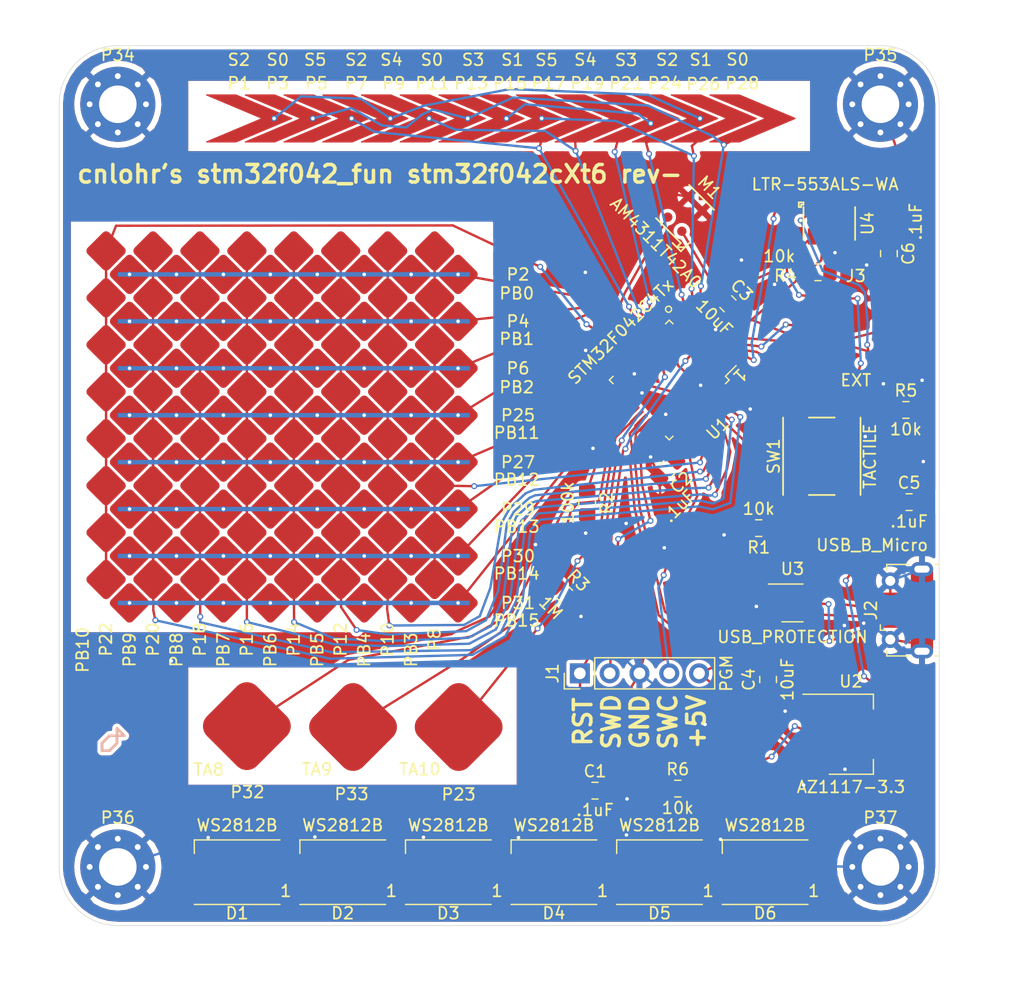
<source format=kicad_pcb>
(kicad_pcb (version 20171130) (host pcbnew 5.1.5-52549c5~84~ubuntu18.04.1)
  (layers (0 F.Cu signal) (31 B.Cu signal) (34 B.Paste user) (35 F.Paste user) (36 B.SilkS user) (37 F.SilkS user) (38 B.Mask user) (39 F.Mask user) (44 Edge.Cuts user))
  (net 0 "")
  (net 1 GND)
  (net 2 RESET)
  (net 3 +3V3)
  (net 4 +5V)
  (net 5 WS2812)
  (net 6 "Net-(D1-Pad2)")
  (net 7 "Net-(D2-Pad2)")
  (net 8 "Net-(D3-Pad2)")
  (net 9 "Net-(D4-Pad2)")
  (net 10 "Net-(D5-Pad2)")
  (net 11 SWD)
  (net 12 SWC)
  (net 13 SLIDER2)
  (net 14 "Net-(P2-Pad1)")
  (net 15 SLIDER0)
  (net 16 "Net-(P4-Pad1)")
  (net 17 SLIDER5)
  (net 18 "Net-(P6-Pad1)")
  (net 19 "Net-(P8-Pad1)")
  (net 20 SLIDER4)
  (net 21 "Net-(P10-Pad1)")
  (net 22 "Net-(P12-Pad1)")
  (net 23 SLIDER3)
  (net 24 "Net-(P14-Pad1)")
  (net 25 SLIDER1)
  (net 26 "Net-(P16-Pad1)")
  (net 27 "Net-(P18-Pad1)")
  (net 28 "Net-(P20-Pad1)")
  (net 29 "Net-(P22-Pad1)")
  (net 30 "Net-(P23-Pad1)")
  (net 31 "Net-(P25-Pad1)")
  (net 32 "Net-(P27-Pad1)")
  (net 33 "Net-(P29-Pad1)")
  (net 34 "Net-(P30-Pad1)")
  (net 35 "Net-(P31-Pad1)")
  (net 36 TMPA8)
  (net 37 TMPA9)
  (net 38 BOOT0)
  (net 39 SDA)
  (net 40 SCL)
  (net 41 ADC)
  (net 42 D-)
  (net 43 D+)
  (net 44 PC13)
  (net 45 "Net-(U4-Pad3)")
  (net 46 PC14)
  (net 47 PC15)
  (module Capacitor_SMD:C_0805_2012Metric_Pad1.15x1.40mm_HandSolder (layer F.Cu) (at 75.675 88.5)
    (fp_text reference C1 (at 0 -1.65) (layer F.SilkS))
    (fp_text value .1uF (at 0 1.65) (layer F.SilkS))
    (pad 2 smd roundrect (at 1.025 0) (size 1.15 1.4) (layers F.Cu F.Paste F.Mask) (roundrect_rratio 0.217391) (net 1 GND))
    (pad 1 smd roundrect (at -1.025 0) (size 1.15 1.4) (layers F.Cu F.Paste F.Mask) (roundrect_rratio 0.217391) (net 2 RESET))
  )
  (module Capacitor_SMD:C_0805_2012Metric_Pad1.15x1.40mm_HandSolder (layer F.Cu) (at 81.85 61.075 225)
    (fp_text reference C2 (at 0 -1.65 45) (layer F.SilkS))
    (fp_text value .1uF (at 1.537957 -2.952171 45) (layer F.SilkS))
    (pad 2 smd roundrect (at 1.025 0 225) (size 1.15 1.4) (layers F.Cu F.Paste F.Mask) (roundrect_rratio 0.217391) (net 1 GND))
    (pad 1 smd roundrect (at -1.025 0 225) (size 1.15 1.4) (layers F.Cu F.Paste F.Mask) (roundrect_rratio 0.217391) (net 3 +3V3))
  )
  (module Capacitor_SMD:C_0805_2012Metric_Pad1.15x1.40mm_HandSolder (layer F.Cu) (at 87 47 315)
    (fp_text reference C3 (at 0 -1.65 135) (layer F.SilkS))
    (fp_text value 10uF (at 0 1.65 135) (layer F.SilkS))
    (pad 2 smd roundrect (at 1.025 0 315) (size 1.15 1.4) (layers F.Cu F.Paste F.Mask) (roundrect_rratio 0.217391) (net 1 GND))
    (pad 1 smd roundrect (at -1.025 0 315) (size 1.15 1.4) (layers F.Cu F.Paste F.Mask) (roundrect_rratio 0.217391) (net 3 +3V3))
  )
  (module Capacitor_SMD:C_0805_2012Metric_Pad1.15x1.40mm_HandSolder (layer F.Cu) (at 90.425 79.025 90)
    (fp_text reference C4 (at 0 -1.65 90) (layer F.SilkS))
    (fp_text value 10uF (at 0 1.65 90) (layer F.SilkS))
    (pad 2 smd roundrect (at 1.025 0 90) (size 1.15 1.4) (layers F.Cu F.Paste F.Mask) (roundrect_rratio 0.217391) (net 1 GND))
    (pad 1 smd roundrect (at -1.025 0 90) (size 1.15 1.4) (layers F.Cu F.Paste F.Mask) (roundrect_rratio 0.217391) (net 4 +5V))
  )
  (module LED_SMD:LED_WS2812B_PLCC4_5.0x5.0mm_P3.2mm (layer F.Cu) (at 45.17 95.45 180)
    (fp_text reference D1 (at 0 -3.5) (layer F.SilkS))
    (fp_text value WS2812B (at 0 4) (layer F.SilkS))
    (fp_text user 1 (at -4.15 -1.6) (layer F.SilkS))
    (pad 1 smd rect (at -2.45 -1.6 180) (size 1.5 1) (layers F.Cu F.Paste F.Mask) (net 4 +5V))
    (pad 2 smd rect (at -2.45 1.6 180) (size 1.5 1) (layers F.Cu F.Paste F.Mask) (net 6 "Net-(D1-Pad2)"))
    (pad 4 smd rect (at 2.45 -1.6 180) (size 1.5 1) (layers F.Cu F.Paste F.Mask) (net 5 WS2812))
    (pad 3 smd rect (at 2.45 1.6 180) (size 1.5 1) (layers F.Cu F.Paste F.Mask) (net 1 GND))
  )
  (module LED_SMD:LED_WS2812B_PLCC4_5.0x5.0mm_P3.2mm (layer F.Cu) (at 54.17 95.45 180)
    (fp_text reference D2 (at 0 -3.5) (layer F.SilkS))
    (fp_text value WS2812B (at 0 4) (layer F.SilkS))
    (fp_text user 1 (at -4.15 -1.6) (layer F.SilkS))
    (pad 1 smd rect (at -2.45 -1.6 180) (size 1.5 1) (layers F.Cu F.Paste F.Mask) (net 4 +5V))
    (pad 2 smd rect (at -2.45 1.6 180) (size 1.5 1) (layers F.Cu F.Paste F.Mask) (net 7 "Net-(D2-Pad2)"))
    (pad 4 smd rect (at 2.45 -1.6 180) (size 1.5 1) (layers F.Cu F.Paste F.Mask) (net 6 "Net-(D1-Pad2)"))
    (pad 3 smd rect (at 2.45 1.6 180) (size 1.5 1) (layers F.Cu F.Paste F.Mask) (net 1 GND))
  )
  (module LED_SMD:LED_WS2812B_PLCC4_5.0x5.0mm_P3.2mm (layer F.Cu) (at 63.17 95.45 180)
    (fp_text reference D3 (at 0 -3.5) (layer F.SilkS))
    (fp_text value WS2812B (at 0 4) (layer F.SilkS))
    (fp_text user 1 (at -4.15 -1.6) (layer F.SilkS))
    (pad 1 smd rect (at -2.45 -1.6 180) (size 1.5 1) (layers F.Cu F.Paste F.Mask) (net 4 +5V))
    (pad 2 smd rect (at -2.45 1.6 180) (size 1.5 1) (layers F.Cu F.Paste F.Mask) (net 8 "Net-(D3-Pad2)"))
    (pad 4 smd rect (at 2.45 -1.6 180) (size 1.5 1) (layers F.Cu F.Paste F.Mask) (net 7 "Net-(D2-Pad2)"))
    (pad 3 smd rect (at 2.45 1.6 180) (size 1.5 1) (layers F.Cu F.Paste F.Mask) (net 1 GND))
  )
  (module LED_SMD:LED_WS2812B_PLCC4_5.0x5.0mm_P3.2mm (layer F.Cu) (at 72.17 95.45 180)
    (fp_text reference D4 (at 0 -3.5) (layer F.SilkS))
    (fp_text value WS2812B (at 0 4) (layer F.SilkS))
    (fp_text user 1 (at -4.15 -1.6) (layer F.SilkS))
    (pad 1 smd rect (at -2.45 -1.6 180) (size 1.5 1) (layers F.Cu F.Paste F.Mask) (net 4 +5V))
    (pad 2 smd rect (at -2.45 1.6 180) (size 1.5 1) (layers F.Cu F.Paste F.Mask) (net 9 "Net-(D4-Pad2)"))
    (pad 4 smd rect (at 2.45 -1.6 180) (size 1.5 1) (layers F.Cu F.Paste F.Mask) (net 8 "Net-(D3-Pad2)"))
    (pad 3 smd rect (at 2.45 1.6 180) (size 1.5 1) (layers F.Cu F.Paste F.Mask) (net 1 GND))
  )
  (module LED_SMD:LED_WS2812B_PLCC4_5.0x5.0mm_P3.2mm (layer F.Cu) (at 81.17 95.45 180)
    (fp_text reference D5 (at 0 -3.5) (layer F.SilkS))
    (fp_text value WS2812B (at 0 4) (layer F.SilkS))
    (fp_text user 1 (at -4.15 -1.6) (layer F.SilkS))
    (pad 1 smd rect (at -2.45 -1.6 180) (size 1.5 1) (layers F.Cu F.Paste F.Mask) (net 4 +5V))
    (pad 2 smd rect (at -2.45 1.6 180) (size 1.5 1) (layers F.Cu F.Paste F.Mask) (net 10 "Net-(D5-Pad2)"))
    (pad 4 smd rect (at 2.45 -1.6 180) (size 1.5 1) (layers F.Cu F.Paste F.Mask) (net 9 "Net-(D4-Pad2)"))
    (pad 3 smd rect (at 2.45 1.6 180) (size 1.5 1) (layers F.Cu F.Paste F.Mask) (net 1 GND))
  )
  (module LED_SMD:LED_WS2812B_PLCC4_5.0x5.0mm_P3.2mm (layer F.Cu) (at 90.17 95.45 180)
    (fp_text reference D6 (at 0 -3.5) (layer F.SilkS))
    (fp_text value WS2812B (at 0 4) (layer F.SilkS))
    (fp_text user 1 (at -4.15 -1.6) (layer F.SilkS))
    (pad 1 smd rect (at -2.45 -1.6 180) (size 1.5 1) (layers F.Cu F.Paste F.Mask) (net 4 +5V))
    (pad 2 smd rect (at -2.45 1.6 180) (size 1.5 1) (layers F.Cu F.Paste F.Mask))
    (pad 4 smd rect (at 2.45 -1.6 180) (size 1.5 1) (layers F.Cu F.Paste F.Mask) (net 10 "Net-(D5-Pad2)"))
    (pad 3 smd rect (at 2.45 1.6 180) (size 1.5 1) (layers F.Cu F.Paste F.Mask) (net 1 GND))
  )
  (module Connector_PinHeader_2.54mm:PinHeader_1x05_P2.54mm_Vertical (layer F.Cu) (at 74.38 78.5 90)
    (fp_text reference J1 (at 0 -2.33 90) (layer F.SilkS))
    (fp_text value PGM (at 0 12.49 90) (layer F.SilkS))
    (pad 5 thru_hole oval (at 0 10.16 90) (size 1.7 1.7) (drill 1) (layers *.Cu *.Mask) (net 4 +5V))
    (pad 4 thru_hole oval (at 0 7.62 90) (size 1.7 1.7) (drill 1) (layers *.Cu *.Mask) (net 12 SWC))
    (pad 3 thru_hole oval (at 0 5.08 90) (size 1.7 1.7) (drill 1) (layers *.Cu *.Mask) (net 1 GND))
    (pad 2 thru_hole oval (at 0 2.54 90) (size 1.7 1.7) (drill 1) (layers *.Cu *.Mask) (net 11 SWD))
    (pad 1 thru_hole rect (at 0 0 90) (size 1.7 1.7) (drill 1) (layers *.Cu *.Mask) (net 2 RESET))
  )
  (module kicad:TOUCH_SLIDER_CHEVRON (layer F.Cu) (at 45.322893 31.207106)
    (fp_text reference P1 (at 0 -3) (layer F.SilkS))
    (fp_text value S2 (at 0 -5) (layer F.SilkS))
    (fp_poly (pts (xy -2.75 -2) (xy 2 0) (xy -2.75 2) (xy -0.25 2) (xy 4.5 0) (xy -0.25 -2)) (layer F.Cu) (width 0.1))
    (pad 1 smd circle (at 3 0) (size 0.4826 0.4826) (layers F.Cu) (net 13 SLIDER2))
  )
  (module kicad:TOUCH_ARRAY_8_BOT (layer F.Cu) (at 64 44.5 180)
    (fp_text reference P2 (at -5.11 -0.01) (layer F.SilkS))
    (fp_text value PB0 (at -5 -1.62) (layer F.SilkS))
    (pad 1 smd roundrect (at 28 0 225) (size 2.6 2.6) (layers F.Cu) (roundrect_rratio 0.15) (net 14 "Net-(P2-Pad1)"))
    (pad 1 smd roundrect (at 24 0 225) (size 2.6 2.6) (layers F.Cu) (roundrect_rratio 0.15) (net 14 "Net-(P2-Pad1)"))
    (pad 1 smd roundrect (at 20 0 225) (size 2.6 2.6) (layers F.Cu) (roundrect_rratio 0.15) (net 14 "Net-(P2-Pad1)"))
    (pad 1 smd roundrect (at 16 0 225) (size 2.6 2.6) (layers F.Cu) (roundrect_rratio 0.15) (net 14 "Net-(P2-Pad1)"))
    (pad 1 smd roundrect (at 12 0 225) (size 2.6 2.6) (layers F.Cu) (roundrect_rratio 0.15) (net 14 "Net-(P2-Pad1)"))
    (pad 1 smd roundrect (at 14 0 180) (size 29.999991 0.381) (layers B.Cu) (roundrect_rratio 0.15) (net 14 "Net-(P2-Pad1)"))
    (pad 1 smd roundrect (at 8 0 225) (size 2.6 2.6) (layers F.Cu) (roundrect_rratio 0.15) (net 14 "Net-(P2-Pad1)"))
    (pad 1 smd roundrect (at 4 0 225) (size 2.6 2.6) (layers F.Cu) (roundrect_rratio 0.15) (net 14 "Net-(P2-Pad1)"))
    (pad 1 smd roundrect (at 0 0 225) (size 2.6 2.6) (layers F.Cu) (roundrect_rratio 0.15) (net 14 "Net-(P2-Pad1)"))
  )
  (module kicad:TOUCH_SLIDER_CHEVRON (layer F.Cu) (at 48.622893 31.207106)
    (fp_text reference P3 (at 0 -3) (layer F.SilkS))
    (fp_text value S0 (at 0.01 -5) (layer F.SilkS))
    (fp_poly (pts (xy -2.75 -2) (xy 2 0) (xy -2.75 2) (xy -0.25 2) (xy 4.5 0) (xy -0.25 -2)) (layer F.Cu) (width 0.1))
    (pad 1 smd circle (at 3 0) (size 0.4826 0.4826) (layers F.Cu) (net 15 SLIDER0))
  )
  (module kicad:TOUCH_ARRAY_8_BOT (layer F.Cu) (at 64 48.5 180)
    (fp_text reference P4 (at -5.11 -0.01) (layer F.SilkS))
    (fp_text value PB1 (at -5 -1.5) (layer F.SilkS))
    (pad 1 smd roundrect (at 28 0 225) (size 2.6 2.6) (layers F.Cu) (roundrect_rratio 0.15) (net 16 "Net-(P4-Pad1)"))
    (pad 1 smd roundrect (at 24 0 225) (size 2.6 2.6) (layers F.Cu) (roundrect_rratio 0.15) (net 16 "Net-(P4-Pad1)"))
    (pad 1 smd roundrect (at 20 0 225) (size 2.6 2.6) (layers F.Cu) (roundrect_rratio 0.15) (net 16 "Net-(P4-Pad1)"))
    (pad 1 smd roundrect (at 16 0 225) (size 2.6 2.6) (layers F.Cu) (roundrect_rratio 0.15) (net 16 "Net-(P4-Pad1)"))
    (pad 1 smd roundrect (at 12 0 225) (size 2.6 2.6) (layers F.Cu) (roundrect_rratio 0.15) (net 16 "Net-(P4-Pad1)"))
    (pad 1 smd roundrect (at 14 0 180) (size 29.999991 0.381) (layers B.Cu) (roundrect_rratio 0.15) (net 16 "Net-(P4-Pad1)"))
    (pad 1 smd roundrect (at 8 0 225) (size 2.6 2.6) (layers F.Cu) (roundrect_rratio 0.15) (net 16 "Net-(P4-Pad1)"))
    (pad 1 smd roundrect (at 4 0 225) (size 2.6 2.6) (layers F.Cu) (roundrect_rratio 0.15) (net 16 "Net-(P4-Pad1)"))
    (pad 1 smd roundrect (at 0 0 225) (size 2.6 2.6) (layers F.Cu) (roundrect_rratio 0.15) (net 16 "Net-(P4-Pad1)"))
  )
  (module kicad:TOUCH_SLIDER_CHEVRON (layer F.Cu) (at 51.922893 31.207107)
    (fp_text reference P5 (at 0 -3) (layer F.SilkS))
    (fp_text value S5 (at -0.1 -5) (layer F.SilkS))
    (fp_poly (pts (xy -2.75 -2) (xy 2 0) (xy -2.75 2) (xy -0.25 2) (xy 4.5 0) (xy -0.25 -2)) (layer F.Cu) (width 0.1))
    (pad 1 smd circle (at 3 0) (size 0.4826 0.4826) (layers F.Cu) (net 17 SLIDER5))
  )
  (module kicad:TOUCH_ARRAY_8_BOT (layer F.Cu) (at 64 52.5 180)
    (fp_text reference P6 (at -5.11 -0.01) (layer F.SilkS))
    (fp_text value PB2 (at -5 -1.62) (layer F.SilkS))
    (pad 1 smd roundrect (at 28 0 225) (size 2.6 2.6) (layers F.Cu) (roundrect_rratio 0.15) (net 18 "Net-(P6-Pad1)"))
    (pad 1 smd roundrect (at 24 0 225) (size 2.6 2.6) (layers F.Cu) (roundrect_rratio 0.15) (net 18 "Net-(P6-Pad1)"))
    (pad 1 smd roundrect (at 20 0 225) (size 2.6 2.6) (layers F.Cu) (roundrect_rratio 0.15) (net 18 "Net-(P6-Pad1)"))
    (pad 1 smd roundrect (at 16 0 225) (size 2.6 2.6) (layers F.Cu) (roundrect_rratio 0.15) (net 18 "Net-(P6-Pad1)"))
    (pad 1 smd roundrect (at 12 0 225) (size 2.6 2.6) (layers F.Cu) (roundrect_rratio 0.15) (net 18 "Net-(P6-Pad1)"))
    (pad 1 smd roundrect (at 14 0 180) (size 29.999991 0.381) (layers B.Cu) (roundrect_rratio 0.15) (net 18 "Net-(P6-Pad1)"))
    (pad 1 smd roundrect (at 8 0 225) (size 2.6 2.6) (layers F.Cu) (roundrect_rratio 0.15) (net 18 "Net-(P6-Pad1)"))
    (pad 1 smd roundrect (at 4 0 225) (size 2.6 2.6) (layers F.Cu) (roundrect_rratio 0.15) (net 18 "Net-(P6-Pad1)"))
    (pad 1 smd roundrect (at 0 0 225) (size 2.6 2.6) (layers F.Cu) (roundrect_rratio 0.15) (net 18 "Net-(P6-Pad1)"))
  )
  (module kicad:TOUCH_SLIDER_CHEVRON (layer F.Cu) (at 55.222893 31.207106)
    (fp_text reference P7 (at 0.1 -3) (layer F.SilkS))
    (fp_text value S2 (at 0.1 -5) (layer F.SilkS))
    (fp_poly (pts (xy -2.75 -2) (xy 2 0) (xy -2.75 2) (xy -0.25 2) (xy 4.5 0) (xy -0.25 -2)) (layer F.Cu) (width 0.1))
    (pad 1 smd circle (at 3 0) (size 0.4826 0.4826) (layers F.Cu) (net 13 SLIDER2))
  )
  (module kicad:TOUCH_ARRAY_8_TOP (layer F.Cu) (at 62 70.5 90)
    (fp_text reference P8 (at -5.11 -0.01 90) (layer F.SilkS))
    (fp_text value PB3 (at -6.000001 -2 90) (layer F.SilkS))
    (pad 1 smd roundrect (at 28 0 135) (size 2.6 2.6) (layers F.Cu) (roundrect_rratio 0.15) (net 19 "Net-(P8-Pad1)"))
    (pad 1 smd roundrect (at 24 0 135) (size 2.6 2.6) (layers F.Cu) (roundrect_rratio 0.15) (net 19 "Net-(P8-Pad1)"))
    (pad 1 smd roundrect (at 20 0 135) (size 2.6 2.6) (layers F.Cu) (roundrect_rratio 0.15) (net 19 "Net-(P8-Pad1)"))
    (pad 1 smd roundrect (at 16 0 135) (size 2.6 2.6) (layers F.Cu) (roundrect_rratio 0.15) (net 19 "Net-(P8-Pad1)"))
    (pad 1 smd roundrect (at 12 0 135) (size 2.6 2.6) (layers F.Cu) (roundrect_rratio 0.15) (net 19 "Net-(P8-Pad1)"))
    (pad 1 smd roundrect (at 14 0 90) (size 29.999991 0.2032) (layers F.Cu) (roundrect_rratio 0.15) (net 19 "Net-(P8-Pad1)"))
    (pad 1 smd roundrect (at 8 0 135) (size 2.6 2.6) (layers F.Cu) (roundrect_rratio 0.15) (net 19 "Net-(P8-Pad1)"))
    (pad 1 smd roundrect (at 4 0 135) (size 2.6 2.6) (layers F.Cu) (roundrect_rratio 0.15) (net 19 "Net-(P8-Pad1)"))
    (pad 1 smd roundrect (at 0 0 135) (size 2.6 2.6) (layers F.Cu) (roundrect_rratio 0.15) (net 19 "Net-(P8-Pad1)"))
  )
  (module kicad:TOUCH_SLIDER_CHEVRON (layer F.Cu) (at 58.522893 31.207107)
    (fp_text reference P9 (at 0 -3) (layer F.SilkS))
    (fp_text value S4 (at -0.2 -5) (layer F.SilkS))
    (fp_poly (pts (xy -2.75 -2) (xy 2 0) (xy -2.75 2) (xy -0.25 2) (xy 4.5 0) (xy -0.25 -2)) (layer F.Cu) (width 0.1))
    (pad 1 smd circle (at 3 0) (size 0.4826 0.4826) (layers F.Cu) (net 20 SLIDER4))
  )
  (module kicad:TOUCH_ARRAY_8_TOP (layer F.Cu) (at 58 70.5 90)
    (fp_text reference P10 (at -5.11 -0.01 90) (layer F.SilkS))
    (fp_text value PB4 (at -6 -2 90) (layer F.SilkS))
    (pad 1 smd roundrect (at 28 0 135) (size 2.6 2.6) (layers F.Cu) (roundrect_rratio 0.15) (net 21 "Net-(P10-Pad1)"))
    (pad 1 smd roundrect (at 24 0 135) (size 2.6 2.6) (layers F.Cu) (roundrect_rratio 0.15) (net 21 "Net-(P10-Pad1)"))
    (pad 1 smd roundrect (at 20 0 135) (size 2.6 2.6) (layers F.Cu) (roundrect_rratio 0.15) (net 21 "Net-(P10-Pad1)"))
    (pad 1 smd roundrect (at 16 0 135) (size 2.6 2.6) (layers F.Cu) (roundrect_rratio 0.15) (net 21 "Net-(P10-Pad1)"))
    (pad 1 smd roundrect (at 12 0 135) (size 2.6 2.6) (layers F.Cu) (roundrect_rratio 0.15) (net 21 "Net-(P10-Pad1)"))
    (pad 1 smd roundrect (at 14 0 90) (size 29.999991 0.2032) (layers F.Cu) (roundrect_rratio 0.15) (net 21 "Net-(P10-Pad1)"))
    (pad 1 smd roundrect (at 8 0 135) (size 2.6 2.6) (layers F.Cu) (roundrect_rratio 0.15) (net 21 "Net-(P10-Pad1)"))
    (pad 1 smd roundrect (at 4 0 135) (size 2.6 2.6) (layers F.Cu) (roundrect_rratio 0.15) (net 21 "Net-(P10-Pad1)"))
    (pad 1 smd roundrect (at 0 0 135) (size 2.6 2.6) (layers F.Cu) (roundrect_rratio 0.15) (net 21 "Net-(P10-Pad1)"))
  )
  (module kicad:TOUCH_SLIDER_CHEVRON (layer F.Cu) (at 61.822893 31.207107)
    (fp_text reference P11 (at 0 -3) (layer F.SilkS))
    (fp_text value S0 (at -0.05 -5) (layer F.SilkS))
    (fp_poly (pts (xy -2.75 -2) (xy 2 0) (xy -2.75 2) (xy -0.25 2) (xy 4.5 0) (xy -0.25 -2)) (layer F.Cu) (width 0.1))
    (pad 1 smd circle (at 3 0) (size 0.4826 0.4826) (layers F.Cu) (net 15 SLIDER0))
  )
  (module kicad:TOUCH_ARRAY_8_TOP (layer F.Cu) (at 54 70.5 90)
    (fp_text reference P12 (at -5.11 -0.01 90) (layer F.SilkS))
    (fp_text value PB5 (at -6 -2 90) (layer F.SilkS))
    (pad 1 smd roundrect (at 28 0 135) (size 2.6 2.6) (layers F.Cu) (roundrect_rratio 0.15) (net 22 "Net-(P12-Pad1)"))
    (pad 1 smd roundrect (at 24 0 135) (size 2.6 2.6) (layers F.Cu) (roundrect_rratio 0.15) (net 22 "Net-(P12-Pad1)"))
    (pad 1 smd roundrect (at 20 0 135) (size 2.6 2.6) (layers F.Cu) (roundrect_rratio 0.15) (net 22 "Net-(P12-Pad1)"))
    (pad 1 smd roundrect (at 16 0 135) (size 2.6 2.6) (layers F.Cu) (roundrect_rratio 0.15) (net 22 "Net-(P12-Pad1)"))
    (pad 1 smd roundrect (at 12 0 135) (size 2.6 2.6) (layers F.Cu) (roundrect_rratio 0.15) (net 22 "Net-(P12-Pad1)"))
    (pad 1 smd roundrect (at 14 0 90) (size 29.999991 0.2032) (layers F.Cu) (roundrect_rratio 0.15) (net 22 "Net-(P12-Pad1)"))
    (pad 1 smd roundrect (at 8 0 135) (size 2.6 2.6) (layers F.Cu) (roundrect_rratio 0.15) (net 22 "Net-(P12-Pad1)"))
    (pad 1 smd roundrect (at 4 0 135) (size 2.6 2.6) (layers F.Cu) (roundrect_rratio 0.15) (net 22 "Net-(P12-Pad1)"))
    (pad 1 smd roundrect (at 0 0 135) (size 2.6 2.6) (layers F.Cu) (roundrect_rratio 0.15) (net 22 "Net-(P12-Pad1)"))
  )
  (module kicad:TOUCH_SLIDER_CHEVRON (layer F.Cu) (at 65.122893 31.207106)
    (fp_text reference P13 (at 0 -3) (layer F.SilkS))
    (fp_text value S3 (at 0.16 -5) (layer F.SilkS))
    (fp_poly (pts (xy -2.75 -2) (xy 2 0) (xy -2.75 2) (xy -0.25 2) (xy 4.5 0) (xy -0.25 -2)) (layer F.Cu) (width 0.1))
    (pad 1 smd circle (at 3 0) (size 0.4826 0.4826) (layers F.Cu) (net 23 SLIDER3))
  )
  (module kicad:TOUCH_ARRAY_8_TOP (layer F.Cu) (at 50 70.5 90)
    (fp_text reference P14 (at -5.11 -0.01 90) (layer F.SilkS))
    (fp_text value PB6 (at -6 -2 90) (layer F.SilkS))
    (pad 1 smd roundrect (at 28 0 135) (size 2.6 2.6) (layers F.Cu) (roundrect_rratio 0.15) (net 24 "Net-(P14-Pad1)"))
    (pad 1 smd roundrect (at 24 0 135) (size 2.6 2.6) (layers F.Cu) (roundrect_rratio 0.15) (net 24 "Net-(P14-Pad1)"))
    (pad 1 smd roundrect (at 20 0 135) (size 2.6 2.6) (layers F.Cu) (roundrect_rratio 0.15) (net 24 "Net-(P14-Pad1)"))
    (pad 1 smd roundrect (at 16 0 135) (size 2.6 2.6) (layers F.Cu) (roundrect_rratio 0.15) (net 24 "Net-(P14-Pad1)"))
    (pad 1 smd roundrect (at 12 0 135) (size 2.6 2.6) (layers F.Cu) (roundrect_rratio 0.15) (net 24 "Net-(P14-Pad1)"))
    (pad 1 smd roundrect (at 14 0 90) (size 29.999991 0.2032) (layers F.Cu) (roundrect_rratio 0.15) (net 24 "Net-(P14-Pad1)"))
    (pad 1 smd roundrect (at 8 0 135) (size 2.6 2.6) (layers F.Cu) (roundrect_rratio 0.15) (net 24 "Net-(P14-Pad1)"))
    (pad 1 smd roundrect (at 4 0 135) (size 2.6 2.6) (layers F.Cu) (roundrect_rratio 0.15) (net 24 "Net-(P14-Pad1)"))
    (pad 1 smd roundrect (at 0 0 135) (size 2.6 2.6) (layers F.Cu) (roundrect_rratio 0.15) (net 24 "Net-(P14-Pad1)"))
  )
  (module kicad:TOUCH_SLIDER_CHEVRON (layer F.Cu) (at 68.422893 31.207107)
    (fp_text reference P15 (at 0 -3) (layer F.SilkS))
    (fp_text value S1 (at 0.21 -5) (layer F.SilkS))
    (fp_poly (pts (xy -2.75 -2) (xy 2 0) (xy -2.75 2) (xy -0.25 2) (xy 4.5 0) (xy -0.25 -2)) (layer F.Cu) (width 0.1))
    (pad 1 smd circle (at 3 0) (size 0.4826 0.4826) (layers F.Cu) (net 25 SLIDER1))
  )
  (module kicad:TOUCH_ARRAY_8_TOP (layer F.Cu) (at 46 70.5 90)
    (fp_text reference P16 (at -5.11 -0.01 90) (layer F.SilkS))
    (fp_text value PB7 (at -6 -2 90) (layer F.SilkS))
    (pad 1 smd roundrect (at 28 0 135) (size 2.6 2.6) (layers F.Cu) (roundrect_rratio 0.15) (net 26 "Net-(P16-Pad1)"))
    (pad 1 smd roundrect (at 24 0 135) (size 2.6 2.6) (layers F.Cu) (roundrect_rratio 0.15) (net 26 "Net-(P16-Pad1)"))
    (pad 1 smd roundrect (at 20 0 135) (size 2.6 2.6) (layers F.Cu) (roundrect_rratio 0.15) (net 26 "Net-(P16-Pad1)"))
    (pad 1 smd roundrect (at 16 0 135) (size 2.6 2.6) (layers F.Cu) (roundrect_rratio 0.15) (net 26 "Net-(P16-Pad1)"))
    (pad 1 smd roundrect (at 12 0 135) (size 2.6 2.6) (layers F.Cu) (roundrect_rratio 0.15) (net 26 "Net-(P16-Pad1)"))
    (pad 1 smd roundrect (at 14 0 90) (size 29.999991 0.2032) (layers F.Cu) (roundrect_rratio 0.15) (net 26 "Net-(P16-Pad1)"))
    (pad 1 smd roundrect (at 8 0 135) (size 2.6 2.6) (layers F.Cu) (roundrect_rratio 0.15) (net 26 "Net-(P16-Pad1)"))
    (pad 1 smd roundrect (at 4 0 135) (size 2.6 2.6) (layers F.Cu) (roundrect_rratio 0.15) (net 26 "Net-(P16-Pad1)"))
    (pad 1 smd roundrect (at 0 0 135) (size 2.6 2.6) (layers F.Cu) (roundrect_rratio 0.15) (net 26 "Net-(P16-Pad1)"))
  )
  (module kicad:TOUCH_SLIDER_CHEVRON (layer F.Cu) (at 71.722893 31.207106)
    (fp_text reference P17 (at 0 -3) (layer F.SilkS))
    (fp_text value S5 (at -0.19 -4.98) (layer F.SilkS))
    (fp_poly (pts (xy -2.75 -2) (xy 2 0) (xy -2.75 2) (xy -0.25 2) (xy 4.5 0) (xy -0.25 -2)) (layer F.Cu) (width 0.1))
    (pad 1 smd circle (at 3 0) (size 0.4826 0.4826) (layers F.Cu) (net 17 SLIDER5))
  )
  (module kicad:TOUCH_ARRAY_8_TOP (layer F.Cu) (at 42 70.5 90)
    (fp_text reference P18 (at -5.11 -0.01 90) (layer F.SilkS))
    (fp_text value PB8 (at -6 -2 90) (layer F.SilkS))
    (pad 1 smd roundrect (at 28 0 135) (size 2.6 2.6) (layers F.Cu) (roundrect_rratio 0.15) (net 27 "Net-(P18-Pad1)"))
    (pad 1 smd roundrect (at 24 0 135) (size 2.6 2.6) (layers F.Cu) (roundrect_rratio 0.15) (net 27 "Net-(P18-Pad1)"))
    (pad 1 smd roundrect (at 20 0 135) (size 2.6 2.6) (layers F.Cu) (roundrect_rratio 0.15) (net 27 "Net-(P18-Pad1)"))
    (pad 1 smd roundrect (at 16 0 135) (size 2.6 2.6) (layers F.Cu) (roundrect_rratio 0.15) (net 27 "Net-(P18-Pad1)"))
    (pad 1 smd roundrect (at 12 0 135) (size 2.6 2.6) (layers F.Cu) (roundrect_rratio 0.15) (net 27 "Net-(P18-Pad1)"))
    (pad 1 smd roundrect (at 14 0 90) (size 29.999991 0.2032) (layers F.Cu) (roundrect_rratio 0.15) (net 27 "Net-(P18-Pad1)"))
    (pad 1 smd roundrect (at 8 0 135) (size 2.6 2.6) (layers F.Cu) (roundrect_rratio 0.15) (net 27 "Net-(P18-Pad1)"))
    (pad 1 smd roundrect (at 4 0 135) (size 2.6 2.6) (layers F.Cu) (roundrect_rratio 0.15) (net 27 "Net-(P18-Pad1)"))
    (pad 1 smd roundrect (at 0 0 135) (size 2.6 2.6) (layers F.Cu) (roundrect_rratio 0.15) (net 27 "Net-(P18-Pad1)"))
  )
  (module kicad:TOUCH_SLIDER_CHEVRON (layer F.Cu) (at 75.022893 31.207106)
    (fp_text reference P19 (at 0 -3) (layer F.SilkS))
    (fp_text value S4 (at -0.17 -5) (layer F.SilkS))
    (fp_poly (pts (xy -2.75 -2) (xy 2 0) (xy -2.75 2) (xy -0.25 2) (xy 4.5 0) (xy -0.25 -2)) (layer F.Cu) (width 0.1))
    (pad 1 smd circle (at 3 0) (size 0.4826 0.4826) (layers F.Cu) (net 20 SLIDER4))
  )
  (module kicad:TOUCH_ARRAY_8_TOP (layer F.Cu) (at 38 70.500001 90)
    (fp_text reference P20 (at -5.11 -0.01 90) (layer F.SilkS))
    (fp_text value PB9 (at -5.999999 -2 90) (layer F.SilkS))
    (pad 1 smd roundrect (at 28 0 135) (size 2.6 2.6) (layers F.Cu) (roundrect_rratio 0.15) (net 28 "Net-(P20-Pad1)"))
    (pad 1 smd roundrect (at 24 0 135) (size 2.6 2.6) (layers F.Cu) (roundrect_rratio 0.15) (net 28 "Net-(P20-Pad1)"))
    (pad 1 smd roundrect (at 20 0 135) (size 2.6 2.6) (layers F.Cu) (roundrect_rratio 0.15) (net 28 "Net-(P20-Pad1)"))
    (pad 1 smd roundrect (at 16 0 135) (size 2.6 2.6) (layers F.Cu) (roundrect_rratio 0.15) (net 28 "Net-(P20-Pad1)"))
    (pad 1 smd roundrect (at 12 0 135) (size 2.6 2.6) (layers F.Cu) (roundrect_rratio 0.15) (net 28 "Net-(P20-Pad1)"))
    (pad 1 smd roundrect (at 14 0 90) (size 29.999991 0.2032) (layers F.Cu) (roundrect_rratio 0.15) (net 28 "Net-(P20-Pad1)"))
    (pad 1 smd roundrect (at 8 0 135) (size 2.6 2.6) (layers F.Cu) (roundrect_rratio 0.15) (net 28 "Net-(P20-Pad1)"))
    (pad 1 smd roundrect (at 4 0 135) (size 2.6 2.6) (layers F.Cu) (roundrect_rratio 0.15) (net 28 "Net-(P20-Pad1)"))
    (pad 1 smd roundrect (at 0 0 135) (size 2.6 2.6) (layers F.Cu) (roundrect_rratio 0.15) (net 28 "Net-(P20-Pad1)"))
  )
  (module kicad:TOUCH_SLIDER_CHEVRON (layer F.Cu) (at 78.322893 31.207107)
    (fp_text reference P21 (at 0 -3) (layer F.SilkS))
    (fp_text value S3 (at 0 -4.98) (layer F.SilkS))
    (fp_poly (pts (xy -2.75 -2) (xy 2 0) (xy -2.75 2) (xy -0.25 2) (xy 4.5 0) (xy -0.25 -2)) (layer F.Cu) (width 0.1))
    (pad 1 smd circle (at 3 0) (size 0.4826 0.4826) (layers F.Cu) (net 23 SLIDER3))
  )
  (module kicad:TOUCH_ARRAY_8_TOP (layer F.Cu) (at 34 70.5 90)
    (fp_text reference P22 (at -5.11 -0.01 90) (layer F.SilkS))
    (fp_text value PB10 (at -6 -2 90) (layer F.SilkS))
    (pad 1 smd roundrect (at 28 0 135) (size 2.6 2.6) (layers F.Cu) (roundrect_rratio 0.15) (net 29 "Net-(P22-Pad1)"))
    (pad 1 smd roundrect (at 24 0 135) (size 2.6 2.6) (layers F.Cu) (roundrect_rratio 0.15) (net 29 "Net-(P22-Pad1)"))
    (pad 1 smd roundrect (at 20 0 135) (size 2.6 2.6) (layers F.Cu) (roundrect_rratio 0.15) (net 29 "Net-(P22-Pad1)"))
    (pad 1 smd roundrect (at 16 0 135) (size 2.6 2.6) (layers F.Cu) (roundrect_rratio 0.15) (net 29 "Net-(P22-Pad1)"))
    (pad 1 smd roundrect (at 12 0 135) (size 2.6 2.6) (layers F.Cu) (roundrect_rratio 0.15) (net 29 "Net-(P22-Pad1)"))
    (pad 1 smd roundrect (at 14 0 90) (size 29.999991 0.2032) (layers F.Cu) (roundrect_rratio 0.15) (net 29 "Net-(P22-Pad1)"))
    (pad 1 smd roundrect (at 8 0 135) (size 2.6 2.6) (layers F.Cu) (roundrect_rratio 0.15) (net 29 "Net-(P22-Pad1)"))
    (pad 1 smd roundrect (at 4 0 135) (size 2.6 2.6) (layers F.Cu) (roundrect_rratio 0.15) (net 29 "Net-(P22-Pad1)"))
    (pad 1 smd roundrect (at 0 0 135) (size 2.6 2.6) (layers F.Cu) (roundrect_rratio 0.15) (net 29 "Net-(P22-Pad1)"))
  )
  (module kicad:TOUCH_MARK (layer F.Cu) (at 64 83)
    (fp_text reference P23 (at 0.05 5.825) (layer F.SilkS))
    (fp_text value TA10 (at -3.25 3.675) (layer F.SilkS))
    (pad 1 smd roundrect (at 0.05 0.075 45) (size 6 6) (layers F.Cu) (roundrect_rratio 0.2) (net 30 "Net-(P23-Pad1)"))
  )
  (module kicad:TOUCH_SLIDER_CHEVRON (layer F.Cu) (at 81.622893 31.207106)
    (fp_text reference P24 (at 0 -3) (layer F.SilkS))
    (fp_text value S2 (at 0.2 -5) (layer F.SilkS))
    (fp_poly (pts (xy -2.75 -2) (xy 2 0) (xy -2.75 2) (xy -0.25 2) (xy 4.5 0) (xy -0.25 -2)) (layer F.Cu) (width 0.1))
    (pad 1 smd circle (at 3 0) (size 0.4826 0.4826) (layers F.Cu) (net 13 SLIDER2))
  )
  (module kicad:TOUCH_ARRAY_8_BOT (layer F.Cu) (at 64 56.5 180)
    (fp_text reference P25 (at -5.11 -0.01) (layer F.SilkS))
    (fp_text value PB11 (at -5 -1.5) (layer F.SilkS))
    (pad 1 smd roundrect (at 28 0 225) (size 2.6 2.6) (layers F.Cu) (roundrect_rratio 0.15) (net 31 "Net-(P25-Pad1)"))
    (pad 1 smd roundrect (at 24 0 225) (size 2.6 2.6) (layers F.Cu) (roundrect_rratio 0.15) (net 31 "Net-(P25-Pad1)"))
    (pad 1 smd roundrect (at 20 0 225) (size 2.6 2.6) (layers F.Cu) (roundrect_rratio 0.15) (net 31 "Net-(P25-Pad1)"))
    (pad 1 smd roundrect (at 16 0 225) (size 2.6 2.6) (layers F.Cu) (roundrect_rratio 0.15) (net 31 "Net-(P25-Pad1)"))
    (pad 1 smd roundrect (at 12 0 225) (size 2.6 2.6) (layers F.Cu) (roundrect_rratio 0.15) (net 31 "Net-(P25-Pad1)"))
    (pad 1 smd roundrect (at 14 0 180) (size 29.999991 0.381) (layers B.Cu) (roundrect_rratio 0.15) (net 31 "Net-(P25-Pad1)"))
    (pad 1 smd roundrect (at 8 0 225) (size 2.6 2.6) (layers F.Cu) (roundrect_rratio 0.15) (net 31 "Net-(P25-Pad1)"))
    (pad 1 smd roundrect (at 4 0 225) (size 2.6 2.6) (layers F.Cu) (roundrect_rratio 0.15) (net 31 "Net-(P25-Pad1)"))
    (pad 1 smd roundrect (at 0 0 225) (size 2.6 2.6) (layers F.Cu) (roundrect_rratio 0.15) (net 31 "Net-(P25-Pad1)"))
  )
  (module kicad:TOUCH_SLIDER_CHEVRON (layer F.Cu) (at 84.922893 31.207107)
    (fp_text reference P26 (at -0.02 -2.93) (layer F.SilkS))
    (fp_text value S1 (at -0.24 -5) (layer F.SilkS))
    (fp_poly (pts (xy -2.75 -2) (xy 2 0) (xy -2.75 2) (xy -0.25 2) (xy 4.5 0) (xy -0.25 -2)) (layer F.Cu) (width 0.1))
    (pad 1 smd circle (at 3 0) (size 0.4826 0.4826) (layers F.Cu) (net 25 SLIDER1))
  )
  (module kicad:TOUCH_ARRAY_8_BOT (layer F.Cu) (at 64 60.5 180)
    (fp_text reference P27 (at -5.11 -0.01) (layer F.SilkS))
    (fp_text value PB12 (at -5 -1.5) (layer F.SilkS))
    (pad 1 smd roundrect (at 28 0 225) (size 2.6 2.6) (layers F.Cu) (roundrect_rratio 0.15) (net 32 "Net-(P27-Pad1)"))
    (pad 1 smd roundrect (at 24 0 225) (size 2.6 2.6) (layers F.Cu) (roundrect_rratio 0.15) (net 32 "Net-(P27-Pad1)"))
    (pad 1 smd roundrect (at 20 0 225) (size 2.6 2.6) (layers F.Cu) (roundrect_rratio 0.15) (net 32 "Net-(P27-Pad1)"))
    (pad 1 smd roundrect (at 16 0 225) (size 2.6 2.6) (layers F.Cu) (roundrect_rratio 0.15) (net 32 "Net-(P27-Pad1)"))
    (pad 1 smd roundrect (at 12 0 225) (size 2.6 2.6) (layers F.Cu) (roundrect_rratio 0.15) (net 32 "Net-(P27-Pad1)"))
    (pad 1 smd roundrect (at 14 0 180) (size 29.999991 0.381) (layers B.Cu) (roundrect_rratio 0.15) (net 32 "Net-(P27-Pad1)"))
    (pad 1 smd roundrect (at 8 0 225) (size 2.6 2.6) (layers F.Cu) (roundrect_rratio 0.15) (net 32 "Net-(P27-Pad1)"))
    (pad 1 smd roundrect (at 4 0 225) (size 2.6 2.6) (layers F.Cu) (roundrect_rratio 0.15) (net 32 "Net-(P27-Pad1)"))
    (pad 1 smd roundrect (at 0 0 225) (size 2.6 2.6) (layers F.Cu) (roundrect_rratio 0.15) (net 32 "Net-(P27-Pad1)"))
  )
  (module kicad:TOUCH_SLIDER_CHEVRON (layer F.Cu) (at 88.222893 31.207107)
    (fp_text reference P28 (at 0 -3) (layer F.SilkS))
    (fp_text value S0 (at -0.4 -5.02) (layer F.SilkS))
    (fp_poly (pts (xy -2.75 -2) (xy 2 0) (xy -2.75 2) (xy -0.25 2) (xy 4.5 0) (xy -0.25 -2)) (layer F.Cu) (width 0.1))
    (pad 1 smd circle (at 3 0) (size 0.4826 0.4826) (layers F.Cu) (net 15 SLIDER0))
  )
  (module kicad:TOUCH_ARRAY_8_BOT (layer F.Cu) (at 64 64.5 180)
    (fp_text reference P29 (at -5.11 -0.01) (layer F.SilkS))
    (fp_text value PB13 (at -5 -1.5) (layer F.SilkS))
    (pad 1 smd roundrect (at 28 0 225) (size 2.6 2.6) (layers F.Cu) (roundrect_rratio 0.15) (net 33 "Net-(P29-Pad1)"))
    (pad 1 smd roundrect (at 24 0 225) (size 2.6 2.6) (layers F.Cu) (roundrect_rratio 0.15) (net 33 "Net-(P29-Pad1)"))
    (pad 1 smd roundrect (at 20 0 225) (size 2.6 2.6) (layers F.Cu) (roundrect_rratio 0.15) (net 33 "Net-(P29-Pad1)"))
    (pad 1 smd roundrect (at 16 0 225) (size 2.6 2.6) (layers F.Cu) (roundrect_rratio 0.15) (net 33 "Net-(P29-Pad1)"))
    (pad 1 smd roundrect (at 12 0 225) (size 2.6 2.6) (layers F.Cu) (roundrect_rratio 0.15) (net 33 "Net-(P29-Pad1)"))
    (pad 1 smd roundrect (at 14 0 180) (size 29.999991 0.381) (layers B.Cu) (roundrect_rratio 0.15) (net 33 "Net-(P29-Pad1)"))
    (pad 1 smd roundrect (at 8 0 225) (size 2.6 2.6) (layers F.Cu) (roundrect_rratio 0.15) (net 33 "Net-(P29-Pad1)"))
    (pad 1 smd roundrect (at 4 0 225) (size 2.6 2.6) (layers F.Cu) (roundrect_rratio 0.15) (net 33 "Net-(P29-Pad1)"))
    (pad 1 smd roundrect (at 0 0 225) (size 2.6 2.6) (layers F.Cu) (roundrect_rratio 0.15) (net 33 "Net-(P29-Pad1)"))
  )
  (module kicad:TOUCH_ARRAY_8_BOT (layer F.Cu) (at 64 68.5 180)
    (fp_text reference P30 (at -5.11 -0.01) (layer F.SilkS))
    (fp_text value PB14 (at -5 -1.5) (layer F.SilkS))
    (pad 1 smd roundrect (at 28 0 225) (size 2.6 2.6) (layers F.Cu) (roundrect_rratio 0.15) (net 34 "Net-(P30-Pad1)"))
    (pad 1 smd roundrect (at 24 0 225) (size 2.6 2.6) (layers F.Cu) (roundrect_rratio 0.15) (net 34 "Net-(P30-Pad1)"))
    (pad 1 smd roundrect (at 20 0 225) (size 2.6 2.6) (layers F.Cu) (roundrect_rratio 0.15) (net 34 "Net-(P30-Pad1)"))
    (pad 1 smd roundrect (at 16 0 225) (size 2.6 2.6) (layers F.Cu) (roundrect_rratio 0.15) (net 34 "Net-(P30-Pad1)"))
    (pad 1 smd roundrect (at 12 0 225) (size 2.6 2.6) (layers F.Cu) (roundrect_rratio 0.15) (net 34 "Net-(P30-Pad1)"))
    (pad 1 smd roundrect (at 14 0 180) (size 29.999991 0.381) (layers B.Cu) (roundrect_rratio 0.15) (net 34 "Net-(P30-Pad1)"))
    (pad 1 smd roundrect (at 8 0 225) (size 2.6 2.6) (layers F.Cu) (roundrect_rratio 0.15) (net 34 "Net-(P30-Pad1)"))
    (pad 1 smd roundrect (at 4 0 225) (size 2.6 2.6) (layers F.Cu) (roundrect_rratio 0.15) (net 34 "Net-(P30-Pad1)"))
    (pad 1 smd roundrect (at 0 0 225) (size 2.6 2.6) (layers F.Cu) (roundrect_rratio 0.15) (net 34 "Net-(P30-Pad1)"))
  )
  (module kicad:TOUCH_ARRAY_8_BOT (layer F.Cu) (at 64 72.5 180)
    (fp_text reference P31 (at -5.11 -0.01) (layer F.SilkS))
    (fp_text value PB15 (at -5 -1.5) (layer F.SilkS))
    (pad 1 smd roundrect (at 28 0 225) (size 2.6 2.6) (layers F.Cu) (roundrect_rratio 0.15) (net 35 "Net-(P31-Pad1)"))
    (pad 1 smd roundrect (at 24 0 225) (size 2.6 2.6) (layers F.Cu) (roundrect_rratio 0.15) (net 35 "Net-(P31-Pad1)"))
    (pad 1 smd roundrect (at 20 0 225) (size 2.6 2.6) (layers F.Cu) (roundrect_rratio 0.15) (net 35 "Net-(P31-Pad1)"))
    (pad 1 smd roundrect (at 16 0 225) (size 2.6 2.6) (layers F.Cu) (roundrect_rratio 0.15) (net 35 "Net-(P31-Pad1)"))
    (pad 1 smd roundrect (at 12 0 225) (size 2.6 2.6) (layers F.Cu) (roundrect_rratio 0.15) (net 35 "Net-(P31-Pad1)"))
    (pad 1 smd roundrect (at 14 0 180) (size 29.999991 0.381) (layers B.Cu) (roundrect_rratio 0.15) (net 35 "Net-(P31-Pad1)"))
    (pad 1 smd roundrect (at 8 0 225) (size 2.6 2.6) (layers F.Cu) (roundrect_rratio 0.15) (net 35 "Net-(P31-Pad1)"))
    (pad 1 smd roundrect (at 4 0 225) (size 2.6 2.6) (layers F.Cu) (roundrect_rratio 0.15) (net 35 "Net-(P31-Pad1)"))
    (pad 1 smd roundrect (at 0 0 225) (size 2.6 2.6) (layers F.Cu) (roundrect_rratio 0.15) (net 35 "Net-(P31-Pad1)"))
  )
  (module kicad:TOUCH_MARK (layer F.Cu) (at 45.95 82.925)
    (fp_text reference P32 (at 0.1 5.7) (layer F.SilkS))
    (fp_text value TA8 (at -3.2 3.775) (layer F.SilkS))
    (pad 1 smd roundrect (at 0.05 0.075 45) (size 6 6) (layers F.Cu) (roundrect_rratio 0.2) (net 36 TMPA8))
  )
  (module kicad:TOUCH_MARK (layer F.Cu) (at 55 83)
    (fp_text reference P33 (at -0.075 5.8) (layer F.SilkS))
    (fp_text value TA9 (at -3.025 3.675) (layer F.SilkS))
    (pad 1 smd roundrect (at 0.05 0.075 45) (size 6 6) (layers F.Cu) (roundrect_rratio 0.2) (net 37 TMPA9))
  )
  (module Resistor_SMD:R_0805_2012Metric_Pad1.15x1.40mm_HandSolder (layer F.Cu) (at 89.625 66.125 180)
    (fp_text reference R1 (at 0 -1.65) (layer F.SilkS))
    (fp_text value 10k (at 0 1.65) (layer F.SilkS))
    (pad 2 smd roundrect (at 1.025 0 180) (size 1.15 1.4) (layers F.Cu F.Paste F.Mask) (roundrect_rratio 0.217391) (net 1 GND))
    (pad 1 smd roundrect (at -1.025 0 180) (size 1.15 1.4) (layers F.Cu F.Paste F.Mask) (roundrect_rratio 0.217391) (net 38 BOOT0))
  )
  (module Resistor_SMD:R_0805_2012Metric_Pad1.15x1.40mm_HandSolder (layer F.Cu) (at 75 63.975 270)
    (fp_text reference R2 (at 0 -1.65 90) (layer F.SilkS))
    (fp_text value 100k (at 0 1.65 90) (layer F.SilkS))
    (pad 2 smd roundrect (at 1.025 0 270) (size 1.15 1.4) (layers F.Cu F.Paste F.Mask) (roundrect_rratio 0.217391) (net 1 GND))
    (pad 1 smd roundrect (at -1.025 0 270) (size 1.15 1.4) (layers F.Cu F.Paste F.Mask) (roundrect_rratio 0.217391) (net 36 TMPA8))
  )
  (module Resistor_SMD:R_0805_2012Metric_Pad1.15x1.40mm_HandSolder (layer F.Cu) (at 73.075 71.75 315)
    (fp_text reference R3 (at 0 -1.65 135) (layer F.SilkS))
    (fp_text value 1M (at 0 1.65 135) (layer F.SilkS))
    (pad 2 smd roundrect (at 1.025 0 315) (size 1.15 1.4) (layers F.Cu F.Paste F.Mask) (roundrect_rratio 0.217391) (net 1 GND))
    (pad 1 smd roundrect (at -1.025 0 315) (size 1.15 1.4) (layers F.Cu F.Paste F.Mask) (roundrect_rratio 0.217391) (net 37 TMPA9))
  )
  (module Package_QFP:LQFP-48_7x7mm_P0.5mm (layer F.Cu) (at 82 53.5 225)
    (fp_text reference U1 (at 0 -5.85 45) (layer F.SilkS))
    (fp_text value STM32F042C4Tx (at 0 5.85 45) (layer F.SilkS))
    (pad 48 smd roundrect (at -2.75 -4.1625 225) (size 0.3 1.475) (layers F.Cu F.Paste F.Mask) (net 3 +3V3))
    (pad 47 smd roundrect (at -2.25 -4.1625 225) (size 0.3 1.475) (layers F.Cu F.Paste F.Mask) (net 1 GND))
    (pad 46 smd roundrect (at -1.75 -4.1625 225) (size 0.3 1.475) (layers F.Cu F.Paste F.Mask) (net 28 "Net-(P20-Pad1)"))
    (pad 45 smd roundrect (at -1.25 -4.1625 225) (size 0.3 1.475) (layers F.Cu F.Paste F.Mask) (net 27 "Net-(P18-Pad1)"))
    (pad 44 smd roundrect (at -0.75 -4.1625 225) (size 0.3 1.475) (layers F.Cu F.Paste F.Mask) (net 38 BOOT0))
    (pad 43 smd roundrect (at -0.25 -4.1625 225) (size 0.3 1.475) (layers F.Cu F.Paste F.Mask) (net 26 "Net-(P16-Pad1)"))
    (pad 42 smd roundrect (at 0.25 -4.1625 225) (size 0.3 1.475) (layers F.Cu F.Paste F.Mask) (net 24 "Net-(P14-Pad1)"))
    (pad 41 smd roundrect (at 0.75 -4.1625 225) (size 0.3 1.475) (layers F.Cu F.Paste F.Mask) (net 22 "Net-(P12-Pad1)"))
    (pad 40 smd roundrect (at 1.25 -4.1625 225) (size 0.3 1.475) (layers F.Cu F.Paste F.Mask) (net 21 "Net-(P10-Pad1)"))
    (pad 39 smd roundrect (at 1.75 -4.1625 225) (size 0.3 1.475) (layers F.Cu F.Paste F.Mask) (net 19 "Net-(P8-Pad1)"))
    (pad 38 smd roundrect (at 2.25 -4.1625 225) (size 0.3 1.475) (layers F.Cu F.Paste F.Mask))
    (pad 37 smd roundrect (at 2.75 -4.1625 225) (size 0.3 1.475) (layers F.Cu F.Paste F.Mask) (net 12 SWC))
    (pad 36 smd roundrect (at 4.1625 -2.75 225) (size 1.475 0.3) (layers F.Cu F.Paste F.Mask) (net 3 +3V3))
    (pad 35 smd roundrect (at 4.1625 -2.25 225) (size 1.475 0.3) (layers F.Cu F.Paste F.Mask) (net 1 GND))
    (pad 34 smd roundrect (at 4.1625 -1.75 225) (size 1.475 0.3) (layers F.Cu F.Paste F.Mask) (net 11 SWD))
    (pad 33 smd roundrect (at 4.1625 -1.25 225) (size 1.475 0.3) (layers F.Cu F.Paste F.Mask) (net 43 D+))
    (pad 32 smd roundrect (at 4.1625 -0.75 225) (size 1.475 0.3) (layers F.Cu F.Paste F.Mask) (net 42 D-))
    (pad 31 smd roundrect (at 4.1625 -0.25 225) (size 1.475 0.3) (layers F.Cu F.Paste F.Mask) (net 30 "Net-(P23-Pad1)"))
    (pad 30 smd roundrect (at 4.1625 0.25 225) (size 1.475 0.3) (layers F.Cu F.Paste F.Mask) (net 37 TMPA9))
    (pad 29 smd roundrect (at 4.1625 0.75 225) (size 1.475 0.3) (layers F.Cu F.Paste F.Mask) (net 36 TMPA8))
    (pad 28 smd roundrect (at 4.1625 1.25 225) (size 1.475 0.3) (layers F.Cu F.Paste F.Mask) (net 35 "Net-(P31-Pad1)"))
    (pad 27 smd roundrect (at 4.1625 1.75 225) (size 1.475 0.3) (layers F.Cu F.Paste F.Mask) (net 34 "Net-(P30-Pad1)"))
    (pad 26 smd roundrect (at 4.1625 2.25 225) (size 1.475 0.3) (layers F.Cu F.Paste F.Mask) (net 33 "Net-(P29-Pad1)"))
    (pad 25 smd roundrect (at 4.1625 2.75 225) (size 1.475 0.3) (layers F.Cu F.Paste F.Mask) (net 32 "Net-(P27-Pad1)"))
    (pad 24 smd roundrect (at 2.75 4.1625 225) (size 0.3 1.475) (layers F.Cu F.Paste F.Mask) (net 3 +3V3))
    (pad 23 smd roundrect (at 2.25 4.1625 225) (size 0.3 1.475) (layers F.Cu F.Paste F.Mask) (net 1 GND))
    (pad 22 smd roundrect (at 1.75 4.1625 225) (size 0.3 1.475) (layers F.Cu F.Paste F.Mask) (net 31 "Net-(P25-Pad1)"))
    (pad 21 smd roundrect (at 1.25 4.1625 225) (size 0.3 1.475) (layers F.Cu F.Paste F.Mask) (net 29 "Net-(P22-Pad1)"))
    (pad 20 smd roundrect (at 0.75 4.1625 225) (size 0.3 1.475) (layers F.Cu F.Paste F.Mask) (net 18 "Net-(P6-Pad1)"))
    (pad 19 smd roundrect (at 0.25 4.1625 225) (size 0.3 1.475) (layers F.Cu F.Paste F.Mask) (net 16 "Net-(P4-Pad1)"))
    (pad 18 smd roundrect (at -0.25 4.1625 225) (size 0.3 1.475) (layers F.Cu F.Paste F.Mask) (net 14 "Net-(P2-Pad1)"))
    (pad 17 smd roundrect (at -0.75 4.1625 225) (size 0.3 1.475) (layers F.Cu F.Paste F.Mask) (net 5 WS2812))
    (pad 16 smd roundrect (at -1.25 4.1625 225) (size 0.3 1.475) (layers F.Cu F.Paste F.Mask) (net 41 ADC))
    (pad 15 smd roundrect (at -1.75 4.1625 225) (size 0.3 1.475) (layers F.Cu F.Paste F.Mask) (net 17 SLIDER5))
    (pad 14 smd roundrect (at -2.25 4.1625 225) (size 0.3 1.475) (layers F.Cu F.Paste F.Mask) (net 20 SLIDER4))
    (pad 13 smd roundrect (at -2.75 4.1625 225) (size 0.3 1.475) (layers F.Cu F.Paste F.Mask) (net 23 SLIDER3))
    (pad 12 smd roundrect (at -4.1625 2.75 225) (size 1.475 0.3) (layers F.Cu F.Paste F.Mask) (net 13 SLIDER2))
    (pad 11 smd roundrect (at -4.1625 2.25 225) (size 1.475 0.3) (layers F.Cu F.Paste F.Mask) (net 25 SLIDER1))
    (pad 10 smd roundrect (at -4.1625 1.75 225) (size 1.475 0.3) (layers F.Cu F.Paste F.Mask) (net 15 SLIDER0))
    (pad 9 smd roundrect (at -4.1625 1.25 225) (size 1.475 0.3) (layers F.Cu F.Paste F.Mask) (net 3 +3V3))
    (pad 8 smd roundrect (at -4.1625 0.75 225) (size 1.475 0.3) (layers F.Cu F.Paste F.Mask) (net 1 GND))
    (pad 7 smd roundrect (at -4.1625 0.25 225) (size 1.475 0.3) (layers F.Cu F.Paste F.Mask) (net 2 RESET))
    (pad 6 smd roundrect (at -4.1625 -0.25 225) (size 1.475 0.3) (layers F.Cu F.Paste F.Mask) (net 40 SCL))
    (pad 5 smd roundrect (at -4.1625 -0.75 225) (size 1.475 0.3) (layers F.Cu F.Paste F.Mask) (net 39 SDA))
    (pad 4 smd roundrect (at -4.1625 -1.25 225) (size 1.475 0.3) (layers F.Cu F.Paste F.Mask) (net 47 PC15))
    (pad 3 smd roundrect (at -4.1625 -1.75 225) (size 1.475 0.3) (layers F.Cu F.Paste F.Mask) (net 46 PC14))
    (pad 2 smd roundrect (at -4.1625 -2.25 225) (size 1.475 0.3) (layers F.Cu F.Paste F.Mask) (net 44 PC13))
    (pad 1 smd roundrect (at -4.1625 -2.75 225) (size 1.475 0.3) (layers F.Cu F.Paste F.Mask) (net 3 +3V3))
  )
  (module kicad:TACTILE10B (layer F.Cu) (at 95 60 90)
    (fp_text reference SW1 (at 0 -4.1 90) (layer F.SilkS))
    (fp_text value TACTILE (at 0 4.1 90) (layer F.SilkS))
    (pad 3 smd rect (at 4.1 -2.25 90) (size 2 1.3) (layers F.Cu F.Paste F.Mask))
    (pad 4 smd rect (at 4.1 2.25 90) (size 2 1.3) (layers F.Cu F.Paste F.Mask) (net 3 +3V3))
    (pad 2 smd rect (at -4.1 2.25 90) (size 2 1.3) (layers F.Cu F.Paste F.Mask))
    (pad 1 smd rect (at -4.1 -2.25 90) (size 2 1.3) (layers F.Cu F.Paste F.Mask) (net 38 BOOT0))
  )
  (module Package_TO_SOT_SMD:SOT-223-3_TabPin2 (layer F.Cu) (at 97.49 83.69)
    (fp_text reference U2 (at 0 -4.5) (layer F.SilkS))
    (fp_text value AZ1117-3.3 (at 0 4.5) (layer F.SilkS))
    (pad 1 smd rect (at -3.15 -2.3) (size 2 1.5) (layers F.Cu F.Paste F.Mask) (net 1 GND))
    (pad 3 smd rect (at -3.15 2.3) (size 2 1.5) (layers F.Cu F.Paste F.Mask) (net 4 +5V))
    (pad 2 smd rect (at -3.15 0) (size 2 1.5) (layers F.Cu F.Paste F.Mask) (net 3 +3V3))
    (pad 2 smd rect (at 3.15 0) (size 2 3.8) (layers F.Cu F.Paste F.Mask) (net 3 +3V3))
  )
  (module Connector_USB:USB_Micro-B_Molex-105017-0001 (layer F.Cu) (at 102.3 73.12 90)
    (fp_text reference J2 (at 0 -3.1125 90) (layer F.SilkS))
    (fp_text value USB_B_Micro (at 5.55 -3.01 180) (layer F.SilkS))
    (pad 6 smd rect (at -2.9 1.2375 90) (size 1.2 1.9) (layers F.Cu F.Mask) (net 1 GND))
    (pad 6 smd rect (at 2.9 1.2375 90) (size 1.2 1.9) (layers F.Cu F.Mask) (net 1 GND))
    (pad 6 thru_hole oval (at 3.5 1.2375 90) (size 1.2 1.9) (drill oval 0.6 1.3) (layers *.Cu *.Mask) (net 1 GND))
    (pad 6 thru_hole oval (at -3.5 1.2375 270) (size 1.2 1.9) (drill oval 0.6 1.3) (layers *.Cu *.Mask) (net 1 GND))
    (pad 6 smd rect (at -1 1.2375 90) (size 1.5 1.9) (layers F.Cu F.Paste F.Mask) (net 1 GND))
    (pad 6 thru_hole circle (at 2.5 -1.4625 90) (size 1.45 1.45) (drill 0.85) (layers *.Cu *.Mask) (net 1 GND))
    (pad 3 smd rect (at 0 -1.4625 90) (size 0.4 1.35) (layers F.Cu F.Paste F.Mask) (net 43 D+))
    (pad 4 smd rect (at 0.65 -1.4625 90) (size 0.4 1.35) (layers F.Cu F.Paste F.Mask))
    (pad 5 smd rect (at 1.3 -1.4625 90) (size 0.4 1.35) (layers F.Cu F.Paste F.Mask) (net 1 GND))
    (pad 1 smd rect (at -1.3 -1.4625 90) (size 0.4 1.35) (layers F.Cu F.Paste F.Mask) (net 4 +5V))
    (pad 2 smd rect (at -0.65 -1.4625 90) (size 0.4 1.35) (layers F.Cu F.Paste F.Mask) (net 42 D-))
    (pad 6 thru_hole circle (at -2.5 -1.4625 90) (size 1.45 1.45) (drill 0.85) (layers *.Cu *.Mask) (net 1 GND))
    (pad 6 smd rect (at 1 1.2375 90) (size 1.5 1.9) (layers F.Cu F.Paste F.Mask) (net 1 GND))
  )
  (module Package_TO_SOT_SMD:SOT-23-6_Handsoldering (layer F.Cu) (at 92.5 72.5)
    (fp_text reference U3 (at 0 -2.9) (layer F.SilkS))
    (fp_text value USB_PROTECTION (at 0 2.9) (layer F.SilkS))
    (pad 5 smd rect (at 1.35 0) (size 1.56 0.65) (layers F.Cu F.Paste F.Mask) (net 4 +5V))
    (pad 6 smd rect (at 1.35 -0.95) (size 1.56 0.65) (layers F.Cu F.Paste F.Mask) (net 43 D+))
    (pad 4 smd rect (at 1.35 0.95) (size 1.56 0.65) (layers F.Cu F.Paste F.Mask) (net 42 D-))
    (pad 3 smd rect (at -1.35 0.95) (size 1.56 0.65) (layers F.Cu F.Paste F.Mask) (net 42 D-))
    (pad 2 smd rect (at -1.35 0) (size 1.56 0.65) (layers F.Cu F.Paste F.Mask) (net 1 GND))
    (pad 1 smd rect (at -1.35 -0.95) (size 1.56 0.65) (layers F.Cu F.Paste F.Mask) (net 43 D+))
  )
  (module MountingHole:MountingHole_3.2mm_M3_Pad_Via (layer F.Cu) (at 35 30)
    (fp_text reference P34 (at 0 -4.2) (layer F.SilkS))
    (fp_text value CONN_1)
    (pad 1 thru_hole circle (at 1.697056 -1.697056) (size 0.8 0.8) (drill 0.5) (layers *.Cu *.Mask) (net 1 GND))
    (pad 1 thru_hole circle (at 0 -2.4) (size 0.8 0.8) (drill 0.5) (layers *.Cu *.Mask) (net 1 GND))
    (pad 1 thru_hole circle (at -1.697056 -1.697056) (size 0.8 0.8) (drill 0.5) (layers *.Cu *.Mask) (net 1 GND))
    (pad 1 thru_hole circle (at -2.4 0) (size 0.8 0.8) (drill 0.5) (layers *.Cu *.Mask) (net 1 GND))
    (pad 1 thru_hole circle (at -1.697056 1.697056) (size 0.8 0.8) (drill 0.5) (layers *.Cu *.Mask) (net 1 GND))
    (pad 1 thru_hole circle (at 0 2.4) (size 0.8 0.8) (drill 0.5) (layers *.Cu *.Mask) (net 1 GND))
    (pad 1 thru_hole circle (at 1.697056 1.697056) (size 0.8 0.8) (drill 0.5) (layers *.Cu *.Mask) (net 1 GND))
    (pad 1 thru_hole circle (at 2.4 0) (size 0.8 0.8) (drill 0.5) (layers *.Cu *.Mask) (net 1 GND))
    (pad 1 thru_hole circle (at 0 0) (size 6.4 6.4) (drill 3.2) (layers *.Cu *.Mask) (net 1 GND))
  )
  (module MountingHole:MountingHole_3.2mm_M3_Pad_Via (layer F.Cu) (at 100 30)
    (fp_text reference P35 (at 0 -4.2) (layer F.SilkS))
    (fp_text value CONN_1)
    (pad 1 thru_hole circle (at 1.697056 -1.697056) (size 0.8 0.8) (drill 0.5) (layers *.Cu *.Mask) (net 1 GND))
    (pad 1 thru_hole circle (at 0 -2.4) (size 0.8 0.8) (drill 0.5) (layers *.Cu *.Mask) (net 1 GND))
    (pad 1 thru_hole circle (at -1.697056 -1.697056) (size 0.8 0.8) (drill 0.5) (layers *.Cu *.Mask) (net 1 GND))
    (pad 1 thru_hole circle (at -2.4 0) (size 0.8 0.8) (drill 0.5) (layers *.Cu *.Mask) (net 1 GND))
    (pad 1 thru_hole circle (at -1.697056 1.697056) (size 0.8 0.8) (drill 0.5) (layers *.Cu *.Mask) (net 1 GND))
    (pad 1 thru_hole circle (at 0 2.4) (size 0.8 0.8) (drill 0.5) (layers *.Cu *.Mask) (net 1 GND))
    (pad 1 thru_hole circle (at 1.697056 1.697056) (size 0.8 0.8) (drill 0.5) (layers *.Cu *.Mask) (net 1 GND))
    (pad 1 thru_hole circle (at 2.4 0) (size 0.8 0.8) (drill 0.5) (layers *.Cu *.Mask) (net 1 GND))
    (pad 1 thru_hole circle (at 0 0) (size 6.4 6.4) (drill 3.2) (layers *.Cu *.Mask) (net 1 GND))
  )
  (module MountingHole:MountingHole_3.2mm_M3_Pad_Via (layer F.Cu) (at 35 95)
    (fp_text reference P36 (at 0 -4.2) (layer F.SilkS))
    (fp_text value CONN_1)
    (pad 1 thru_hole circle (at 1.697056 -1.697056) (size 0.8 0.8) (drill 0.5) (layers *.Cu *.Mask) (net 1 GND))
    (pad 1 thru_hole circle (at 0 -2.4) (size 0.8 0.8) (drill 0.5) (layers *.Cu *.Mask) (net 1 GND))
    (pad 1 thru_hole circle (at -1.697056 -1.697056) (size 0.8 0.8) (drill 0.5) (layers *.Cu *.Mask) (net 1 GND))
    (pad 1 thru_hole circle (at -2.4 0) (size 0.8 0.8) (drill 0.5) (layers *.Cu *.Mask) (net 1 GND))
    (pad 1 thru_hole circle (at -1.697056 1.697056) (size 0.8 0.8) (drill 0.5) (layers *.Cu *.Mask) (net 1 GND))
    (pad 1 thru_hole circle (at 0 2.4) (size 0.8 0.8) (drill 0.5) (layers *.Cu *.Mask) (net 1 GND))
    (pad 1 thru_hole circle (at 1.697056 1.697056) (size 0.8 0.8) (drill 0.5) (layers *.Cu *.Mask) (net 1 GND))
    (pad 1 thru_hole circle (at 2.4 0) (size 0.8 0.8) (drill 0.5) (layers *.Cu *.Mask) (net 1 GND))
    (pad 1 thru_hole circle (at 0 0) (size 6.4 6.4) (drill 3.2) (layers *.Cu *.Mask) (net 1 GND))
  )
  (module MountingHole:MountingHole_3.2mm_M3_Pad_Via (layer F.Cu) (at 100 95)
    (fp_text reference P37 (at 0 -4.2) (layer F.SilkS))
    (fp_text value CONN_1)
    (pad 1 thru_hole circle (at 1.697056 -1.697056) (size 0.8 0.8) (drill 0.5) (layers *.Cu *.Mask) (net 1 GND))
    (pad 1 thru_hole circle (at 0 -2.4) (size 0.8 0.8) (drill 0.5) (layers *.Cu *.Mask) (net 1 GND))
    (pad 1 thru_hole circle (at -1.697056 -1.697056) (size 0.8 0.8) (drill 0.5) (layers *.Cu *.Mask) (net 1 GND))
    (pad 1 thru_hole circle (at -2.4 0) (size 0.8 0.8) (drill 0.5) (layers *.Cu *.Mask) (net 1 GND))
    (pad 1 thru_hole circle (at -1.697056 1.697056) (size 0.8 0.8) (drill 0.5) (layers *.Cu *.Mask) (net 1 GND))
    (pad 1 thru_hole circle (at 0 2.4) (size 0.8 0.8) (drill 0.5) (layers *.Cu *.Mask) (net 1 GND))
    (pad 1 thru_hole circle (at 1.697056 1.697056) (size 0.8 0.8) (drill 0.5) (layers *.Cu *.Mask) (net 1 GND))
    (pad 1 thru_hole circle (at 2.4 0) (size 0.8 0.8) (drill 0.5) (layers *.Cu *.Mask) (net 1 GND))
    (pad 1 thru_hole circle (at 0 0) (size 6.4 6.4) (drill 3.2) (layers *.Cu *.Mask) (net 1 GND))
  )
  (module Capacitor_SMD:C_0805_2012Metric_Pad1.15x1.40mm_HandSolder (layer F.Cu) (at 102.44 63.91)
    (fp_text reference C5 (at 0 -1.65) (layer F.SilkS))
    (fp_text value .1uF (at 0 1.65) (layer F.SilkS))
    (pad 2 smd roundrect (at 1.025 0) (size 1.15 1.4) (layers F.Cu F.Paste F.Mask) (roundrect_rratio 0.217391) (net 1 GND))
    (pad 1 smd roundrect (at -1.025 0) (size 1.15 1.4) (layers F.Cu F.Paste F.Mask) (roundrect_rratio 0.217391) (net 3 +3V3))
  )
  (module Capacitor_SMD:C_0805_2012Metric_Pad1.15x1.40mm_HandSolder (layer F.Cu) (at 100.72 42.724999 270)
    (fp_text reference C6 (at 0 -1.65 90) (layer F.SilkS))
    (fp_text value .1uF (at -2.724999 -2.28 90) (layer F.SilkS))
    (pad 2 smd roundrect (at 1.025 0 270) (size 1.15 1.4) (layers F.Cu F.Paste F.Mask) (roundrect_rratio 0.217391) (net 1 GND))
    (pad 1 smd roundrect (at -1.025 0 270) (size 1.15 1.4) (layers F.Cu F.Paste F.Mask) (roundrect_rratio 0.217391) (net 3 +3V3))
  )
  (module kicad:PATRON-MIC-AM4311T42A0 (layer F.Cu) (at 83.34 39.35 135)
    (fp_text reference M1 (at 0.13 3.06 135) (layer F.SilkS))
    (fp_text value AM4311T42A0 (at 0 -3.5 135) (layer F.SilkS))
    (pad 4 smd circle (at 0.85 -1.23 180) (size 0.8 0.8) (layers F.Cu F.Paste F.Mask) (net 41 ADC))
    (pad 3 smd circle (at 0.85 1.23 180) (size 0.8 0.8) (layers F.Cu F.Paste F.Mask) (net 1 GND))
    (pad 2 smd circle (at -0.85 1.23 180) (size 0.8 0.8) (layers F.Cu F.Paste F.Mask) (net 1 GND))
    (pad 1 smd circle (at -0.85 -1.23 180) (size 0.8 0.8) (layers F.Cu F.Paste F.Mask) (net 3 +3V3))
  )
  (module Resistor_SMD:R_0805_2012Metric_Pad1.15x1.40mm_HandSolder (layer F.Cu) (at 94.674999 44.32 180)
    (fp_text reference R4 (at 2.764999 -0.3) (layer F.SilkS))
    (fp_text value 10k (at 3.304999 1.37) (layer F.SilkS))
    (pad 2 smd roundrect (at 1.025 0 180) (size 1.15 1.4) (layers F.Cu F.Paste F.Mask) (roundrect_rratio 0.217391) (net 40 SCL))
    (pad 1 smd roundrect (at -1.025 0 180) (size 1.15 1.4) (layers F.Cu F.Paste F.Mask) (roundrect_rratio 0.217391) (net 3 +3V3))
  )
  (module Resistor_SMD:R_0805_2012Metric_Pad1.15x1.40mm_HandSolder (layer F.Cu) (at 102.17 56.05)
    (fp_text reference R5 (at 0 -1.65) (layer F.SilkS))
    (fp_text value 10k (at 0 1.65) (layer F.SilkS))
    (pad 2 smd roundrect (at 1.025 0) (size 1.15 1.4) (layers F.Cu F.Paste F.Mask) (roundrect_rratio 0.217391) (net 39 SDA))
    (pad 1 smd roundrect (at -1.025 0) (size 1.15 1.4) (layers F.Cu F.Paste F.Mask) (roundrect_rratio 0.217391) (net 3 +3V3))
  )
  (module kicad:LTR-553ALS-WA-LITE-ON-AMBIENT (layer F.Cu) (at 95.64 40.16 90)
    (fp_text reference U4 (at 0.01 3.26 90) (layer F.SilkS))
    (fp_text value LTR-553ALS-WA (at 3.34 -0.36) (layer F.SilkS))
    (pad 8 smd roundrect (at -1.1 -1.455 90) (size 1.4 0.75) (layers F.Cu F.Paste F.Mask) (roundrect_rratio 0.15) (net 3 +3V3))
    (pad 7 smd roundrect (at -1.1 -0.485 90) (size 1.4 0.75) (layers F.Cu F.Paste F.Mask) (roundrect_rratio 0.15) (net 40 SCL))
    (pad 6 smd roundrect (at -1.1 0.485 90) (size 1.4 0.75) (layers F.Cu F.Paste F.Mask) (roundrect_rratio 0.15) (net 1 GND))
    (pad 5 smd roundrect (at -1.1 1.455 90) (size 1.4 0.75) (layers F.Cu F.Paste F.Mask) (roundrect_rratio 0.15) (net 3 +3V3))
    (pad 4 smd roundrect (at 1.1 1.455 90) (size 1.4 0.75) (layers F.Cu F.Paste F.Mask) (roundrect_rratio 0.15) (net 45 "Net-(U4-Pad3)"))
    (pad 3 smd roundrect (at 1.1 0.485 90) (size 1.4 0.75) (layers F.Cu F.Paste F.Mask) (roundrect_rratio 0.15) (net 45 "Net-(U4-Pad3)"))
    (pad 2 smd roundrect (at 1.1 -0.485 90) (size 1.4 0.75) (layers F.Cu F.Paste F.Mask) (roundrect_rratio 0.15) (net 44 PC13))
    (pad 1 smd roundrect (at 1.1 -1.455 90) (size 1.4 0.75) (layers F.Cu F.Paste F.Mask) (roundrect_rratio 0.15) (net 39 SDA))
  )
  (module kicad:RIBBON6SMT (layer F.Cu) (at 97.9 49.08 90)
    (fp_text reference J3 (at 4.445 0) (layer F.SilkS))
    (fp_text value EXT (at -4.445 0) (layer F.SilkS))
    (pad 5 smd rect (at 2.54 2.9972 90) (size 0.9652 3.0226) (layers F.Cu F.Paste F.Mask) (net 1 GND))
    (pad 3 smd rect (at 0 2.9972 90) (size 0.9652 3.0226) (layers F.Cu F.Paste F.Mask) (net 40 SCL))
    (pad 1 smd rect (at -2.54 2.9972 90) (size 0.9652 3.0226) (layers F.Cu F.Paste F.Mask) (net 39 SDA))
    (pad 6 smd rect (at 2.54 -2.54 90) (size 0.9652 3.0226) (layers F.Cu F.Paste F.Mask) (net 3 +3V3))
    (pad 4 smd rect (at 0 -2.54 90) (size 0.9652 3.0226) (layers F.Cu F.Paste F.Mask) (net 47 PC15))
    (pad 2 smd rect (at -2.54 -2.54 90) (size 0.9652 3.0226) (layers F.Cu F.Paste F.Mask) (net 46 PC14))
  )
  (module Resistor_SMD:R_0805_2012Metric_Pad1.15x1.40mm_HandSolder (layer F.Cu) (at 82.725 88.325)
    (fp_text reference R6 (at 0 -1.65) (layer F.SilkS))
    (fp_text value 10k (at 0 1.65) (layer F.SilkS))
    (pad 2 smd roundrect (at 1.025 0) (size 1.15 1.4) (layers F.Cu F.Paste F.Mask) (roundrect_rratio 0.217391) (net 3 +3V3))
    (pad 1 smd roundrect (at -1.025 0) (size 1.15 1.4) (layers F.Cu F.Paste F.Mask) (roundrect_rratio 0.217391) (net 2 RESET))
  )
  (gr_text "cnlohr's stm32f042_fun stm32f042cXt6 rev-" (at 57.325 35.95) (layer F.SilkS) (effects (font (size 1.5 1.5) (thickness 0.3))))
  (gr_text "RST\nSWD\nGND\nSWC\n+5V" (at 79.475 82.625 90) (layer F.SilkS) (effects (font (size 1.5 1.5) (thickness 0.3))))
  (gr_line (start 34.925 84.455) (end 34.925 83.185) (layer B.SilkS) (width 0.2032))
  (gr_line (start 34.29 85.09) (end 34.925 84.455) (layer B.SilkS) (width 0.2032))
  (gr_line (start 33.655 85.09) (end 34.29 85.09) (layer B.SilkS) (width 0.2032))
  (gr_line (start 33.655 84.455) (end 33.655 85.09) (layer B.SilkS) (width 0.2032))
  (gr_line (start 34.29 83.82) (end 33.655 84.455) (layer B.SilkS) (width 0.2032))
  (gr_line (start 35.56 83.82) (end 34.29 83.82) (layer B.SilkS) (width 0.2032))
  (gr_line (start 34.925 83.185) (end 35.56 83.82) (layer B.SilkS) (width 0.2032))
  (gr_line (start 34.29 85.09) (end 33.655 85.09) (layer F.SilkS) (width 0.2032))
  (gr_line (start 34.925 84.455) (end 34.29 85.09) (layer F.SilkS) (width 0.2032))
  (gr_line (start 34.925 83.185) (end 34.925 84.455) (layer F.SilkS) (width 0.2032))
  (gr_line (start 35.56 83.82) (end 34.925 83.185) (layer F.SilkS) (width 0.2032))
  (gr_line (start 34.29 83.82) (end 35.56 83.82) (layer F.SilkS) (width 0.2032))
  (gr_line (start 33.655 84.455) (end 34.29 83.82) (layer F.SilkS) (width 0.2032))
  (gr_line (start 33.655 85.09) (end 33.655 84.455) (layer F.SilkS) (width 0.2032))
  (gr_circle (center 81.94 47.47) (end 82.15 47.62) (layer F.SilkS) (width 0.12))
  (gr_text 1 (at 88.03 53.13 225) (layer F.SilkS) (effects (font (size 1 1))))
  (gr_line (start 100 100) (end 35 100) (layer Edge.Cuts) (width 0.05))
  (gr_line (start 30 30) (end 30 95) (layer Edge.Cuts) (width 0.05))
  (gr_line (start 100 25) (end 35 25) (layer Edge.Cuts) (width 0.05))
  (gr_line (start 105 95) (end 105 30) (layer Edge.Cuts) (width 0.05))
  (gr_arc (start 35 95) (end 30 95) (angle -90) (layer Edge.Cuts) (width 0.05))
  (gr_arc (start 100 95) (end 100 100) (angle -90) (layer Edge.Cuts) (width 0.05))
  (gr_arc (start 100 30) (end 105 30) (angle -90) (layer Edge.Cuts) (width 0.05))
  (gr_arc (start 35 30) (end 35 25) (angle -90) (layer Edge.Cuts) (width 0.05))
  (segment (start 34.925 83.185) (end 34.925 84.455) (width 0.2032) (layer F.Cu) (net 0))
  (segment (start 34.29 83.82) (end 35.56 83.82) (width 0.2032) (layer F.Cu) (net 0))
  (segment (start 33.655 84.455) (end 34.29 83.82) (width 0.2032) (layer F.Cu) (net 0))
  (segment (start 33.655 85.09) (end 33.655 84.455) (width 0.2032) (layer F.Cu) (net 0))
  (segment (start 34.925 84.455) (end 34.29 85.09) (width 0.2032) (layer F.Cu) (net 0))
  (segment (start 34.29 85.09) (end 33.655 85.09) (width 0.2032) (layer F.Cu) (net 0))
  (segment (start 35.56 83.82) (end 34.925 83.185) (width 0.2032) (layer F.Cu) (net 0))
  (segment (start 34.925 83.185) (end 35.56 83.82) (width 0.2032) (layer B.Cu) (net 0))
  (segment (start 35.56 83.82) (end 34.29 83.82) (width 0.2032) (layer B.Cu) (net 0))
  (segment (start 34.29 83.82) (end 33.655 84.455) (width 0.2032) (layer B.Cu) (net 0))
  (segment (start 33.655 84.455) (end 33.655 85.09) (width 0.2032) (layer B.Cu) (net 0))
  (segment (start 33.655 85.09) (end 34.29 85.09) (width 0.2032) (layer B.Cu) (net 0))
  (segment (start 34.29 85.09) (end 34.925 84.455) (width 0.2032) (layer B.Cu) (net 0))
  (segment (start 34.925 84.455) (end 34.925 83.185) (width 0.2032) (layer B.Cu) (net 0))
  (segment (start 85.09 49.38) (end 84.413002 50.026338) (width 0.2032) (layer F.Cu) (net 1))
  (via (at 96.125 42.65) (size 0.508) (drill 0.30226) (layers F.Cu B.Cu) (net 1))
  (segment (start 96.125 41.26) (end 96.125 42.65) (width 0.2032) (layer F.Cu) (net 1))
  (via (at 98.825 43.7) (size 0.508) (drill 0.30226) (layers F.Cu B.Cu) (net 1))
  (segment (start 96.125 42.65) (end 98.825 43.7) (width 0.2032) (layer B.Cu) (net 1))
  (segment (start 98.825 43.7) (end 100.72 43.749999) (width 0.2032) (layer F.Cu) (net 1))
  (segment (start 100.72 43.749999) (end 100.8972 46.54) (width 0.2032) (layer F.Cu) (net 1))
  (segment (start 100 30) (end 103.025 38.275) (width 0.2032) (layer F.Cu) (net 1))
  (segment (start 103.025 38.275) (end 102.25 43.85) (width 0.2032) (layer F.Cu) (net 1))
  (segment (start 102.25 43.85) (end 100.72 43.749999) (width 0.2032) (layer F.Cu) (net 1))
  (segment (start 83.608701 37.879218) (end 84.810782 39.081299) (width 0.2032) (layer F.Cu) (net 1))
  (via (at 88.15 43.275) (size 0.508) (drill 0.30226) (layers F.Cu B.Cu) (net 1))
  (segment (start 84.810782 39.081299) (end 88.15 43.275) (width 0.2032) (layer F.Cu) (net 1))
  (via (at 88.725 46.1) (size 0.508) (drill 0.30226) (layers F.Cu B.Cu) (net 1))
  (segment (start 88.15 43.275) (end 88.725 46.1) (width 0.2032) (layer B.Cu) (net 1))
  (segment (start 88.725 46.1) (end 87.724784 47.724784) (width 0.2032) (layer F.Cu) (net 1))
  (via (at 90.975 45.35) (size 0.508) (drill 0.30226) (layers F.Cu B.Cu) (net 1))
  (segment (start 88.725 46.1) (end 90.975 45.35) (width 0.2032) (layer F.Cu) (net 1))
  (segment (start 90.975 45.35) (end 92.175 39.475) (width 0.2032) (layer B.Cu) (net 1))
  (segment (start 92.175 39.475) (end 93.075 38.8) (width 0.2032) (layer B.Cu) (net 1))
  (segment (start 93.075 38.8) (end 94.725 39.475) (width 0.2032) (layer B.Cu) (net 1))
  (segment (start 94.725 39.475) (end 96.125 42.65) (width 0.2032) (layer B.Cu) (net 1))
  (via (at 91.875 81.725) (size 0.508) (drill 0.30226) (layers F.Cu B.Cu) (net 1))
  (segment (start 94.34 81.39) (end 91.875 81.725) (width 0.2032) (layer F.Cu) (net 1))
  (via (at 85.05 82.85) (size 0.508) (drill 0.30226) (layers F.Cu B.Cu) (net 1))
  (segment (start 91.875 81.725) (end 85.05 82.85) (width 0.2032) (layer B.Cu) (net 1))
  (segment (start 85.05 82.85) (end 86.45 84) (width 0.2032) (layer F.Cu) (net 1))
  (segment (start 85.05 82.85) (end 79.46 78.5) (width 0.2032) (layer B.Cu) (net 1))
  (via (at 74.475 73.65) (size 0.508) (drill 0.30226) (layers F.Cu B.Cu) (net 1))
  (segment (start 75 72.5) (end 74.475 73.65) (width 0.2032) (layer F.Cu) (net 1))
  (segment (start 74.475 73.65) (end 79.46 78.5) (width 0.2032) (layer B.Cu) (net 1))
  (via (at 74.875 66.55) (size 0.508) (drill 0.30226) (layers F.Cu B.Cu) (net 1))
  (segment (start 75 65) (end 74.875 66.55) (width 0.2032) (layer F.Cu) (net 1))
  (segment (start 76.175 67.95) (end 79.46 78.5) (width 0.2032) (layer B.Cu) (net 1))
  (via (at 89.425 72.8) (size 0.508) (drill 0.30226) (layers F.Cu B.Cu) (net 1))
  (segment (start 91.15 72.5) (end 89.425 72.8) (width 0.2032) (layer F.Cu) (net 1))
  (segment (start 89.425 72.8) (end 83.725 68.05) (width 0.2032) (layer B.Cu) (net 1))
  (segment (start 100.8375 70.62) (end 103.5375 69.62) (width 0.2032) (layer B.Cu) (net 1))
  (segment (start 103.5375 70.22) (end 103.5375 69.62) (width 0.2032) (layer F.Cu) (net 1))
  (segment (start 103.465 63.91) (end 103.5375 70.22) (width 0.2032) (layer F.Cu) (net 1))
  (segment (start 100.8375 71.82) (end 100.8375 70.62) (width 0.2032) (layer F.Cu) (net 1))
  (segment (start 103.5375 70.22) (end 103.5375 72.12) (width 0.2032) (layer F.Cu) (net 1))
  (segment (start 103.5375 74.12) (end 103.5375 72.12) (width 0.2032) (layer F.Cu) (net 1))
  (segment (start 103.5375 74.12) (end 103.5375 76.02) (width 0.2032) (layer F.Cu) (net 1))
  (segment (start 103.5375 76.02) (end 103.5375 76.62) (width 0.2032) (layer F.Cu) (net 1))
  (segment (start 103.5375 76.02) (end 100.8375 75.62) (width 0.2032) (layer F.Cu) (net 1))
  (segment (start 94.34 81.39) (end 100.8375 75.62) (width 0.2032) (layer F.Cu) (net 1))
  (segment (start 90.425 78) (end 94.34 81.39) (width 0.2032) (layer F.Cu) (net 1))
  (via (at 86.675 66.7) (size 0.508) (drill 0.30226) (layers F.Cu B.Cu) (net 1))
  (segment (start 88.6 66.125) (end 86.675 66.7) (width 0.2032) (layer F.Cu) (net 1))
  (segment (start 86.675 66.7) (end 83.725 68.05) (width 0.2032) (layer B.Cu) (net 1))
  (segment (start 86.534322 54.852342) (end 85.8 54.15) (width 0.2032) (layer F.Cu) (net 1))
  (segment (start 85.8 54.15) (end 85.125 53.925) (width 0.2032) (layer F.Cu) (net 1))
  (via (at 84.675 53.95) (size 0.508) (drill 0.30226) (layers F.Cu B.Cu) (net 1))
  (segment (start 85.125 53.925) (end 84.675 53.95) (width 0.2032) (layer F.Cu) (net 1))
  (segment (start 84.675 53.95) (end 84.175 51.475) (width 0.2032) (layer B.Cu) (net 1))
  (via (at 85.95 49.2) (size 0.508) (drill 0.30226) (layers F.Cu B.Cu) (net 1))
  (segment (start 84.175 51.475) (end 85.95 49.2) (width 0.2032) (layer B.Cu) (net 1))
  (segment (start 85.95 49.2) (end 85.305179 49.244821) (width 0.2032) (layer F.Cu) (net 1))
  (segment (start 87.724784 47.724784) (end 85.305179 49.244821) (width 0.2032) (layer F.Cu) (net 1))
  (segment (start 85.305179 49.244821) (end 85.09 49.38) (width 0.2032) (layer F.Cu) (net 1))
  (segment (start 80.647658 58.034322) (end 81.45 57.275) (width 0.2032) (layer F.Cu) (net 1))
  (via (at 81.7 56.425) (size 0.508) (drill 0.30226) (layers F.Cu B.Cu) (net 1))
  (segment (start 81.45 57.275) (end 81.7 56.425) (width 0.2032) (layer F.Cu) (net 1))
  (segment (start 81.7 56.425) (end 84.675 53.95) (width 0.2032) (layer B.Cu) (net 1))
  (segment (start 77.465678 52.147658) (end 78.175 52.8) (width 0.2032) (layer F.Cu) (net 1))
  (via (at 79.025 52.975) (size 0.508) (drill 0.30226) (layers F.Cu B.Cu) (net 1))
  (segment (start 78.175 52.8) (end 79.025 52.975) (width 0.2032) (layer F.Cu) (net 1))
  (segment (start 79.025 52.975) (end 81.95 51.425) (width 0.2032) (layer B.Cu) (net 1))
  (segment (start 81.95 51.425) (end 83.7 51.175) (width 0.2032) (layer B.Cu) (net 1))
  (segment (start 83.7 51.175) (end 84.175 51.475) (width 0.2032) (layer B.Cu) (net 1))
  (via (at 79.675 54.6) (size 0.508) (drill 0.30226) (layers F.Cu B.Cu) (net 1))
  (segment (start 81.7 56.425) (end 79.675 54.6) (width 0.2032) (layer F.Cu) (net 1))
  (segment (start 79.675 54.6) (end 79.025 52.975) (width 0.2032) (layer B.Cu) (net 1))
  (segment (start 77.465678 52.147658) (end 76.475 51.1) (width 0.2032) (layer F.Cu) (net 1))
  (via (at 74.875 50.975) (size 0.508) (drill 0.30226) (layers F.Cu B.Cu) (net 1))
  (segment (start 76.475 51.1) (end 74.875 50.975) (width 0.2032) (layer F.Cu) (net 1))
  (segment (start 74.875 50.975) (end 68.025 40.975) (width 0.2032) (layer B.Cu) (net 1))
  (segment (start 68.025 40.975) (end 62.825 35.675) (width 0.2032) (layer B.Cu) (net 1))
  (segment (start 62.825 35.675) (end 40.525 35.775) (width 0.2032) (layer B.Cu) (net 1))
  (segment (start 40.525 35.775) (end 35 30) (width 0.2032) (layer B.Cu) (net 1))
  (via (at 81.575 67.8) (size 0.508) (drill 0.30226) (layers F.Cu B.Cu) (net 1))
  (segment (start 81.575 67.8) (end 81.125216 61.799784) (width 0.2032) (layer F.Cu) (net 1))
  (segment (start 82.725 68.325) (end 83.725 68.05) (width 0.2032) (layer B.Cu) (net 1))
  (segment (start 81.575 67.8) (end 82.725 68.325) (width 0.2032) (layer B.Cu) (net 1))
  (segment (start 80.15 59.425) (end 80.05 58.825) (width 0.2032) (layer F.Cu) (net 1))
  (segment (start 80.05 58.825) (end 80.1 58.625) (width 0.2032) (layer F.Cu) (net 1))
  (segment (start 80.1 58.625) (end 80.647658 58.034322) (width 0.2032) (layer F.Cu) (net 1))
  (segment (start 81.575 67.8) (end 78.025 67.95) (width 0.2032) (layer B.Cu) (net 1))
  (segment (start 78.025 67.95) (end 76.225 67.85) (width 0.2032) (layer B.Cu) (net 1))
  (segment (start 76.225 67.85) (end 76.066666 67.833334) (width 0.2032) (layer B.Cu) (net 1))
  (segment (start 74.875 66.55) (end 76.066666 67.833334) (width 0.2032) (layer B.Cu) (net 1))
  (segment (start 76.066666 67.833334) (end 76.175 67.95) (width 0.2032) (layer B.Cu) (net 1))
  (via (at 70.6 67.525) (size 0.508) (drill 0.30226) (layers F.Cu B.Cu) (net 1))
  (segment (start 74.875 66.55) (end 70.6 67.525) (width 0.2032) (layer B.Cu) (net 1))
  (via (at 75.5 59.325) (size 0.508) (drill 0.30226) (layers F.Cu B.Cu) (net 1))
  (segment (start 70.6 67.525) (end 75.5 59.325) (width 0.2032) (layer F.Cu) (net 1))
  (segment (start 75.5 59.325) (end 74.875 50.975) (width 0.2032) (layer B.Cu) (net 1))
  (segment (start 86.534322 54.852342) (end 87.2 55.55) (width 0.2032) (layer F.Cu) (net 1))
  (via (at 88.9 55.975) (size 0.508) (drill 0.30226) (layers F.Cu B.Cu) (net 1))
  (segment (start 87.2 55.55) (end 88.9 55.975) (width 0.2032) (layer F.Cu) (net 1))
  (segment (start 88.9 55.975) (end 89.05 61.375) (width 0.2032) (layer B.Cu) (net 1))
  (segment (start 89.05 61.375) (end 86.675 66.7) (width 0.2032) (layer B.Cu) (net 1))
  (segment (start 87.72 93.85) (end 86.525 92.6) (width 0.2032) (layer F.Cu) (net 1))
  (via (at 86.375 92.65) (size 0.508) (drill 0.30226) (layers F.Cu B.Cu) (net 1))
  (segment (start 86.525 92.6) (end 86.375 92.65) (width 0.2032) (layer F.Cu) (net 1))
  (via (at 78.35 92.275) (size 0.508) (drill 0.30226) (layers F.Cu B.Cu) (net 1))
  (segment (start 78.72 93.85) (end 78.35 92.275) (width 0.2032) (layer F.Cu) (net 1))
  (via (at 69.15 92.5) (size 0.508) (drill 0.30226) (layers F.Cu B.Cu) (net 1))
  (segment (start 69.72 93.85) (end 69.15 92.5) (width 0.2032) (layer F.Cu) (net 1))
  (via (at 42.7 92.5) (size 0.508) (drill 0.30226) (layers F.Cu B.Cu) (net 1))
  (segment (start 42.72 93.85) (end 42.7 92.5) (width 0.2032) (layer F.Cu) (net 1))
  (segment (start 42.7 92.5) (end 35 95) (width 0.2032) (layer B.Cu) (net 1))
  (via (at 51.8 92.45) (size 0.508) (drill 0.30226) (layers F.Cu B.Cu) (net 1))
  (segment (start 42.7 92.5) (end 51.8 92.45) (width 0.2032) (layer B.Cu) (net 1))
  (segment (start 51.8 92.45) (end 51.72 93.85) (width 0.2032) (layer F.Cu) (net 1))
  (via (at 61.05 92.475) (size 0.508) (drill 0.30226) (layers F.Cu B.Cu) (net 1))
  (segment (start 51.8 92.45) (end 61.05 92.475) (width 0.2032) (layer B.Cu) (net 1))
  (segment (start 61.05 92.475) (end 60.72 93.85) (width 0.2032) (layer F.Cu) (net 1))
  (segment (start 69.15 92.5) (end 61.05 92.475) (width 0.2032) (layer B.Cu) (net 1))
  (segment (start 69.15 92.5) (end 78.35 92.275) (width 0.2032) (layer B.Cu) (net 1))
  (segment (start 78.35 92.275) (end 86.375 92.65) (width 0.2032) (layer B.Cu) (net 1))
  (segment (start 85.05 82.85) (end 86.375 92.65) (width 0.2032) (layer B.Cu) (net 1))
  (segment (start 86.375 92.65) (end 90.525 94.9) (width 0.2032) (layer B.Cu) (net 1))
  (segment (start 90.525 94.9) (end 100 95) (width 0.2032) (layer B.Cu) (net 1))
  (via (at 78.4 89.2) (size 0.508) (drill 0.30226) (layers F.Cu B.Cu) (net 1))
  (segment (start 86.525 92.875) (end 86.375 92.65) (width 0.2032) (layer B.Cu) (net 1))
  (segment (start 78.4 89.2) (end 86.525 92.875) (width 0.2032) (layer B.Cu) (net 1))
  (segment (start 76.5 83.5) (end 79.46 78.5) (width 0.2032) (layer F.Cu) (net 1))
  (segment (start 78.4 89.2) (end 76.5 83.5) (width 0.2032) (layer F.Cu) (net 1))
  (segment (start 76.7 88.5) (end 78.4 89.2) (width 0.2032) (layer F.Cu) (net 1))
  (via (at 80.4113 60.0613) (size 0.508) (drill 0.30226) (layers F.Cu B.Cu) (net 1))
  (segment (start 81.125216 61.799784) (end 80.4113 60.0613) (width 0.2032) (layer F.Cu) (net 1))
  (segment (start 80.4113 60.0613) (end 80.15 59.425) (width 0.2032) (layer F.Cu) (net 1))
  (segment (start 83.608701 37.879218) (end 79.375 37.125) (width 0.2032) (layer F.Cu) (net 1))
  (via (at 74.85 44.325) (size 0.508) (drill 0.30226) (layers F.Cu B.Cu) (net 1))
  (segment (start 79.375 37.125) (end 74.85 44.325) (width 0.2032) (layer F.Cu) (net 1))
  (segment (start 70.6 67.525) (end 66.675 73.65) (width 0.2032) (layer F.Cu) (net 1))
  (segment (start 66.675 73.65) (end 63.425 75.125) (width 0.2032) (layer F.Cu) (net 1))
  (segment (start 63.425 75.125) (end 52.8 75.85) (width 0.2032) (layer F.Cu) (net 1))
  (via (at 39.55 77.45) (size 0.508) (drill 0.30226) (layers F.Cu B.Cu) (net 1))
  (segment (start 52.8 75.85) (end 39.55 77.45) (width 0.2032) (layer F.Cu) (net 1))
  (segment (start 79.46 78.5) (end 78.8 69.275) (width 0.2032) (layer F.Cu) (net 1))
  (segment (start 78.8 69.275) (end 78.625 66.6) (width 0.2032) (layer F.Cu) (net 1))
  (via (at 78.325 65.725) (size 0.508) (drill 0.30226) (layers F.Cu B.Cu) (net 1))
  (segment (start 78.625 66.6) (end 78.325 65.725) (width 0.2032) (layer F.Cu) (net 1))
  (via (at 103.65 60.45) (size 0.508) (drill 0.30226) (layers F.Cu B.Cu) (net 1))
  (segment (start 103.465 63.91) (end 103.65 60.45) (width 0.2032) (layer F.Cu) (net 1))
  (segment (start 85.05 82.85) (end 83.25 78.9) (width 0.2032) (layer F.Cu) (net 1))
  (segment (start 83.25 78.9) (end 83.325 77.125) (width 0.2032) (layer F.Cu) (net 1))
  (segment (start 85.05 82.85) (end 83.225 78.975) (width 0.2032) (layer B.Cu) (net 1))
  (segment (start 83.225 78.975) (end 83.3 77.2) (width 0.2032) (layer B.Cu) (net 1))
  (segment (start 91.875 81.725) (end 91.8 83.175) (width 0.2032) (layer F.Cu) (net 1))
  (segment (start 91.8 83.175) (end 92.45 83.9) (width 0.2032) (layer F.Cu) (net 1))
  (segment (start 91.875 81.725) (end 91.9 83.55) (width 0.2032) (layer F.Cu) (net 1))
  (segment (start 91.9 83.55) (end 92.55 84.325) (width 0.2032) (layer F.Cu) (net 1))
  (segment (start 92.55 84.325) (end 93.2 84.8) (width 0.2032) (layer F.Cu) (net 1))
  (segment (start 93.2 84.8) (end 96.65 84.8) (width 0.2032) (layer F.Cu) (net 1))
  (segment (start 91.875 81.725) (end 95.95 82.275) (width 0.2032) (layer B.Cu) (net 1))
  (via (at 96.975 86.675) (size 0.508) (drill 0.30226) (layers F.Cu B.Cu) (net 1))
  (segment (start 95.95 82.275) (end 96.975 86.675) (width 0.2032) (layer B.Cu) (net 1))
  (segment (start 96.975 86.675) (end 96.35 87.4) (width 0.2032) (layer F.Cu) (net 1))
  (via (at 93.45 88.025) (size 0.508) (drill 0.30226) (layers F.Cu B.Cu) (net 1))
  (segment (start 96.975 86.675) (end 93.45 88.025) (width 0.2032) (layer B.Cu) (net 1))
  (segment (start 100.8972 46.54) (end 103.7 48.625) (width 0.2032) (layer F.Cu) (net 1))
  (via (at 103.55 53.525) (size 0.508) (drill 0.30226) (layers F.Cu B.Cu) (net 1))
  (segment (start 103.7 48.625) (end 103.55 53.525) (width 0.2032) (layer F.Cu) (net 1))
  (via (at 100.25 53.825) (size 0.508) (drill 0.30226) (layers F.Cu B.Cu) (net 1))
  (segment (start 103.55 53.525) (end 100.25 53.825) (width 0.2032) (layer B.Cu) (net 1))
  (via (at 98.703629 58.321371) (size 0.508) (drill 0.30226) (layers F.Cu B.Cu) (net 1))
  (segment (start 98.625 58.55) (end 98.703629 58.321371) (width 0.2032) (layer B.Cu) (net 1))
  (segment (start 100.25 53.825) (end 98.703629 58.321371) (width 0.2032) (layer B.Cu) (net 1))
  (segment (start 79.46 78.5) (end 80.025 76.45) (width 0.2032) (layer F.Cu) (net 1))
  (via (at 98.575 74.225) (size 0.508) (drill 0.30226) (layers F.Cu B.Cu) (net 1))
  (via (at 96.923134 74.423134) (size 0.508) (drill 0.30226) (layers F.Cu B.Cu) (net 1))
  (segment (start 98.575 74.225) (end 96.923134 74.423134) (width 0.2032) (layer F.Cu) (net 1))
  (segment (start 80.025 76.45) (end 96.923134 74.423134) (width 0.2032) (layer F.Cu) (net 1))
  (via (at 83.375 51.875) (size 0.508) (drill 0.30226) (layers F.Cu B.Cu) (net 2))
  (segment (start 83.375 51.875) (end 84.766555 50.379891) (width 0.2032) (layer F.Cu) (net 2))
  (segment (start 74.45 83.5) (end 74.38 78.5) (width 0.2032) (layer F.Cu) (net 2))
  (segment (start 76.35 74.875) (end 74.38 78.5) (width 0.2032) (layer F.Cu) (net 2))
  (segment (start 77.025 67.6) (end 76.35 74.875) (width 0.2032) (layer F.Cu) (net 2))
  (segment (start 83.375 51.875) (end 82 53.825) (width 0.2032) (layer B.Cu) (net 2))
  (segment (start 82 53.825) (end 78.725 58.375) (width 0.2032) (layer B.Cu) (net 2))
  (segment (start 78.725 58.375) (end 78.325 59.225) (width 0.2032) (layer B.Cu) (net 2))
  (segment (start 77.025 67.6) (end 77.175 65.5) (width 0.2032) (layer F.Cu) (net 2))
  (segment (start 77.175 65.5) (end 78.075 59.475) (width 0.2032) (layer F.Cu) (net 2))
  (via (at 78.267105 59.367105) (size 0.508) (drill 0.30226) (layers F.Cu B.Cu) (net 2))
  (segment (start 78.075 59.475) (end 78.267105 59.367105) (width 0.2032) (layer F.Cu) (net 2))
  (segment (start 78.325 59.225) (end 78.267105 59.367105) (width 0.2032) (layer B.Cu) (net 2))
  (segment (start 74.65 88.5) (end 74.45 83.5) (width 0.2032) (layer F.Cu) (net 2))
  (segment (start 74.925 90.05) (end 74.65 88.5) (width 0.2032) (layer F.Cu) (net 2))
  (segment (start 77.375 90.85) (end 74.925 90.05) (width 0.2032) (layer F.Cu) (net 2))
  (segment (start 81.7 88.325) (end 80.5 90.175) (width 0.2032) (layer F.Cu) (net 2))
  (segment (start 80.5 90.175) (end 77.375 90.85) (width 0.2032) (layer F.Cu) (net 2))
  (segment (start 84.059449 49.672785) (end 85.23 48.52) (width 0.2032) (layer F.Cu) (net 3))
  (segment (start 85.23 48.52) (end 86.275216 46.275216) (width 0.2032) (layer F.Cu) (net 3))
  (segment (start 97.25 55.9) (end 101.145 56.05) (width 0.2032) (layer F.Cu) (net 3))
  (via (at 98.325 52.075) (size 0.508) (drill 0.30226) (layers F.Cu B.Cu) (net 3))
  (segment (start 97.25 55.9) (end 98.325 52.075) (width 0.2032) (layer F.Cu) (net 3))
  (via (at 98.05 46.55) (size 0.508) (drill 0.30226) (layers F.Cu B.Cu) (net 3))
  (segment (start 98.325 52.075) (end 98.05 46.55) (width 0.2032) (layer B.Cu) (net 3))
  (segment (start 98.05 46.55) (end 95.36 46.54) (width 0.2032) (layer F.Cu) (net 3))
  (segment (start 95.699999 44.32) (end 95.36 46.54) (width 0.2032) (layer F.Cu) (net 3))
  (segment (start 97.095 41.26) (end 100.72 41.699999) (width 0.2032) (layer F.Cu) (net 3))
  (segment (start 97.095 41.26) (end 96.775 43.475) (width 0.2032) (layer F.Cu) (net 3))
  (segment (start 96.775 43.475) (end 95.699999 44.32) (width 0.2032) (layer F.Cu) (net 3))
  (segment (start 91.425 43.975) (end 86.275216 46.275216) (width 0.2032) (layer F.Cu) (net 3))
  (segment (start 86.275216 46.275216) (end 83.071299 40.820782) (width 0.2032) (layer F.Cu) (net 3))
  (via (at 93.05 46.25) (size 0.508) (drill 0.30226) (layers F.Cu B.Cu) (net 3))
  (segment (start 95.36 46.54) (end 93.05 46.25) (width 0.2032) (layer F.Cu) (net 3))
  (via (at 92.05 44.55) (size 0.508) (drill 0.30226) (layers F.Cu B.Cu) (net 3))
  (segment (start 93.05 46.25) (end 92.05 44.55) (width 0.2032) (layer B.Cu) (net 3))
  (segment (start 92.05 44.55) (end 91.992123 43.417123) (width 0.2032) (layer F.Cu) (net 3))
  (segment (start 94.185 41.26) (end 91.992123 43.417123) (width 0.2032) (layer F.Cu) (net 3))
  (segment (start 91.992123 43.417123) (end 91.425 43.975) (width 0.2032) (layer F.Cu) (net 3))
  (segment (start 94.34 83.69) (end 100.64 83.69) (width 0.2032) (layer F.Cu) (net 3))
  (segment (start 101.415 63.91) (end 101.145 56.05) (width 0.2032) (layer F.Cu) (net 3))
  (segment (start 84.059449 49.672785) (end 82.925 50.825) (width 0.2032) (layer F.Cu) (net 3))
  (segment (start 82.925 50.825) (end 82.525 51.625) (width 0.2032) (layer F.Cu) (net 3))
  (segment (start 82.525 51.625) (end 82.775 52.3) (width 0.2032) (layer F.Cu) (net 3))
  (segment (start 82.775 52.3) (end 83.45 52.9) (width 0.2032) (layer F.Cu) (net 3))
  (segment (start 83.45 52.9) (end 86.05 53.625) (width 0.2032) (layer F.Cu) (net 3))
  (segment (start 86.05 53.625) (end 86.887876 54.498788) (width 0.2032) (layer F.Cu) (net 3))
  (segment (start 86.05 53.625) (end 86.225 53.125) (width 0.2032) (layer F.Cu) (net 3))
  (segment (start 86.225 53.125) (end 86.887876 52.501212) (width 0.2032) (layer F.Cu) (net 3))
  (segment (start 81.001212 58.387876) (end 82.475 56.925) (width 0.2032) (layer F.Cu) (net 3))
  (segment (start 83.016125 54.691125) (end 78.15 53.425) (width 0.2032) (layer F.Cu) (net 3))
  (segment (start 83.016125 54.691125) (end 83.45 52.9) (width 0.2032) (layer F.Cu) (net 3))
  (segment (start 82.475 56.925) (end 83.016125 54.691125) (width 0.2032) (layer F.Cu) (net 3))
  (segment (start 78.15 53.425) (end 77.112124 52.501212) (width 0.2032) (layer F.Cu) (net 3))
  (segment (start 81.001212 58.387876) (end 80.6 59.025) (width 0.2032) (layer F.Cu) (net 3))
  (segment (start 80.6 59.025) (end 82.574784 60.350216) (width 0.2032) (layer F.Cu) (net 3))
  (via (at 90.725 85.6) (size 0.508) (drill 0.30226) (layers F.Cu B.Cu) (net 3))
  (segment (start 83.75 88.325) (end 90.725 85.6) (width 0.2032) (layer F.Cu) (net 3))
  (via (at 92.7 83) (size 0.508) (drill 0.30226) (layers F.Cu B.Cu) (net 3))
  (segment (start 90.725 85.6) (end 92.7 83) (width 0.2032) (layer B.Cu) (net 3))
  (segment (start 92.7 83) (end 94.34 83.69) (width 0.2032) (layer F.Cu) (net 3))
  (via (at 97.05 70.6) (size 0.508) (drill 0.30226) (layers F.Cu B.Cu) (net 3))
  (segment (start 97.05 70.6) (end 101.415 63.91) (width 0.2032) (layer F.Cu) (net 3))
  (via (at 98.6 78.75) (size 0.508) (drill 0.30226) (layers F.Cu B.Cu) (net 3))
  (segment (start 98.6 78.75) (end 97.05 70.6) (width 0.2032) (layer B.Cu) (net 3))
  (segment (start 100.75 80.425) (end 100.64 83.69) (width 0.2032) (layer F.Cu) (net 3))
  (segment (start 98.6 78.75) (end 100.75 80.425) (width 0.2032) (layer F.Cu) (net 3))
  (segment (start 47.62 97.05) (end 49.375 99) (width 0.2032) (layer F.Cu) (net 4))
  (segment (start 49.375 99) (end 55.625 98.9) (width 0.2032) (layer F.Cu) (net 4))
  (segment (start 55.625 98.9) (end 56.35 97.725) (width 0.2032) (layer F.Cu) (net 4))
  (segment (start 56.35 97.725) (end 56.62 97.05) (width 0.2032) (layer F.Cu) (net 4))
  (segment (start 56.62 97.05) (end 58.6 98.45) (width 0.2032) (layer F.Cu) (net 4))
  (segment (start 58.6 98.45) (end 65.15 98.675) (width 0.2032) (layer F.Cu) (net 4))
  (segment (start 65.15 98.675) (end 65.62 97.05) (width 0.2032) (layer F.Cu) (net 4))
  (segment (start 65.62 97.05) (end 67.4 98.625) (width 0.2032) (layer F.Cu) (net 4))
  (segment (start 67.4 98.625) (end 73.9 98.575) (width 0.2032) (layer F.Cu) (net 4))
  (segment (start 73.9 98.575) (end 74.62 97.05) (width 0.2032) (layer F.Cu) (net 4))
  (segment (start 74.62 97.05) (end 75.65 98.7) (width 0.2032) (layer F.Cu) (net 4))
  (segment (start 75.65 98.7) (end 81.9 98.9) (width 0.2032) (layer F.Cu) (net 4))
  (segment (start 81.9 98.9) (end 83.62 97.05) (width 0.2032) (layer F.Cu) (net 4))
  (segment (start 83.62 97.05) (end 84.85 98.425) (width 0.2032) (layer F.Cu) (net 4))
  (segment (start 84.85 98.425) (end 90.775 98.65) (width 0.2032) (layer F.Cu) (net 4))
  (segment (start 90.775 98.65) (end 92.62 97.05) (width 0.2032) (layer F.Cu) (net 4))
  (segment (start 92.62 97.05) (end 94.5 95.35) (width 0.2032) (layer F.Cu) (net 4))
  (segment (start 94.5 95.35) (end 95.05 88.925) (width 0.2032) (layer F.Cu) (net 4))
  (segment (start 95.05 88.925) (end 94.34 85.99) (width 0.2032) (layer F.Cu) (net 4))
  (segment (start 90.425 80.05) (end 88.021482 81.228518) (width 0.2032) (layer F.Cu) (net 4))
  (segment (start 84.54 78.5) (end 88.021482 81.228518) (width 0.2032) (layer F.Cu) (net 4))
  (segment (start 88.021482 81.228518) (end 91.175 83.7) (width 0.2032) (layer F.Cu) (net 4))
  (via (at 95.575 72.6) (size 0.508) (drill 0.30226) (layers F.Cu B.Cu) (net 4))
  (segment (start 93.85 72.5) (end 95.575 72.6) (width 0.2032) (layer F.Cu) (net 4))
  (via (at 95.65 75.75) (size 0.508) (drill 0.30226) (layers F.Cu B.Cu) (net 4))
  (segment (start 95.575 72.6) (end 95.65 75.75) (width 0.2032) (layer B.Cu) (net 4))
  (segment (start 95.65 75.75) (end 99.8 74.425) (width 0.2032) (layer F.Cu) (net 4))
  (segment (start 99.8 74.425) (end 100.8375 74.42) (width 0.2032) (layer F.Cu) (net 4))
  (segment (start 95.65 75.75) (end 89.525 76.325) (width 0.2032) (layer F.Cu) (net 4))
  (segment (start 89.525 76.325) (end 84.54 78.5) (width 0.2032) (layer F.Cu) (net 4))
  (segment (start 91.175 83.7) (end 92.325 84.675) (width 0.2032) (layer F.Cu) (net 4))
  (segment (start 92.325 84.675) (end 93.2 85.675) (width 0.2032) (layer F.Cu) (net 4))
  (segment (start 93.2 85.675) (end 94.34 85.99) (width 0.2032) (layer F.Cu) (net 4))
  (via (at 81.625 53.25) (size 0.508) (drill 0.30226) (layers F.Cu B.Cu) (net 5))
  (segment (start 81.275 51.65) (end 79.586998 50.026338) (width 0.2032) (layer F.Cu) (net 5))
  (segment (start 81.625 53.25) (end 81.275 51.65) (width 0.2032) (layer F.Cu) (net 5))
  (segment (start 81.625 53.25) (end 78.125 58.3) (width 0.2032) (layer B.Cu) (net 5))
  (via (at 77.95 58.65) (size 0.508) (drill 0.30226) (layers F.Cu B.Cu) (net 5))
  (segment (start 78.125 58.3) (end 77.95 58.65) (width 0.2032) (layer B.Cu) (net 5))
  (segment (start 40.95 97.35) (end 42.72 97.05) (width 0.2032) (layer F.Cu) (net 5))
  (segment (start 76.475 67.025) (end 75.875 74.65) (width 0.2032) (layer F.Cu) (net 5))
  (segment (start 75.875 74.65) (end 72.475 76.7) (width 0.2032) (layer F.Cu) (net 5))
  (segment (start 72.475 76.7) (end 71.325 84.375) (width 0.2032) (layer F.Cu) (net 5))
  (segment (start 71.325 84.375) (end 69.075 89.925) (width 0.2032) (layer F.Cu) (net 5))
  (segment (start 39.05 95.1) (end 40.95 97.35) (width 0.2032) (layer F.Cu) (net 5))
  (segment (start 69.075 89.925) (end 40.725 91.75) (width 0.2032) (layer F.Cu) (net 5))
  (segment (start 40.725 91.75) (end 39.05 95.1) (width 0.2032) (layer F.Cu) (net 5))
  (segment (start 77.95 58.65) (end 77.629792 59.42483) (width 0.2032) (layer F.Cu) (net 5))
  (segment (start 77.629792 59.42483) (end 77.225 61.875) (width 0.2032) (layer F.Cu) (net 5))
  (segment (start 77.225 61.875) (end 76.475 67.025) (width 0.2032) (layer F.Cu) (net 5))
  (segment (start 47.62 93.85) (end 51.72 97.05) (width 0.2032) (layer F.Cu) (net 6))
  (segment (start 56.62 93.85) (end 60.72 97.05) (width 0.2032) (layer F.Cu) (net 7))
  (segment (start 65.62 93.85) (end 69.72 97.05) (width 0.2032) (layer F.Cu) (net 8))
  (segment (start 74.62 93.85) (end 78.72 97.05) (width 0.2032) (layer F.Cu) (net 9))
  (segment (start 83.62 93.85) (end 87.72 97.05) (width 0.2032) (layer F.Cu) (net 10))
  (segment (start 77.65 67.05) (end 76.92 78.5) (width 0.2032) (layer F.Cu) (net 11))
  (via (at 77.65 67.05) (size 0.508) (drill 0.30226) (layers F.Cu B.Cu) (net 11))
  (segment (start 80.294105 57.680769) (end 79.625 58.375) (width 0.2032) (layer F.Cu) (net 11))
  (segment (start 79.625 58.375) (end 79.55 58.725) (width 0.2032) (layer F.Cu) (net 11))
  (segment (start 79.55 58.725) (end 79.634031 59.163534) (width 0.2032) (layer F.Cu) (net 11))
  (segment (start 79.634031 59.163534) (end 79.67978 59.399071) (width 0.2032) (layer F.Cu) (net 11))
  (segment (start 79.67978 59.399071) (end 79.55 60.1) (width 0.2032) (layer F.Cu) (net 11))
  (segment (start 79.55 60.1) (end 79.675594 62.397374) (width 0.2032) (layer F.Cu) (net 11))
  (segment (start 79.675594 62.397374) (end 80.4 65.5) (width 0.2032) (layer F.Cu) (net 11))
  (via (at 80.4 65.5) (size 0.508) (drill 0.30226) (layers F.Cu B.Cu) (net 11))
  (segment (start 80.4 65.5) (end 77.65 67.05) (width 0.2032) (layer B.Cu) (net 11))
  (segment (start 81.075 71.2) (end 82 78.5) (width 0.2032) (layer B.Cu) (net 12))
  (segment (start 81.525 70.125) (end 81.075 71.2) (width 0.2032) (layer B.Cu) (net 12))
  (via (at 81.525 70.125) (size 0.508) (drill 0.30226) (layers F.Cu B.Cu) (net 12))
  (segment (start 83.75 60.15) (end 82.998788 58.387876) (width 0.2032) (layer F.Cu) (net 12))
  (segment (start 84.4 63.375) (end 83.75 60.15) (width 0.2032) (layer F.Cu) (net 12))
  (segment (start 81.525 70.125) (end 82.4 67.35) (width 0.2032) (layer F.Cu) (net 12))
  (segment (start 82.4 67.35) (end 84.4 63.375) (width 0.2032) (layer F.Cu) (net 12))
  (segment (start 84.622893 31.207106) (end 80.025 33.275) (width 0.2032) (layer F.Cu) (net 13))
  (via (at 80.275 34.225) (size 0.508) (drill 0.30226) (layers F.Cu B.Cu) (net 13))
  (segment (start 80.025 33.275) (end 80.275 34.225) (width 0.2032) (layer F.Cu) (net 13))
  (via (at 83.05 46.225) (size 0.508) (drill 0.30226) (layers F.Cu B.Cu) (net 13))
  (segment (start 80.275 34.225) (end 83.05 46.225) (width 0.2032) (layer B.Cu) (net 13))
  (segment (start 83.05 46.225) (end 83.55 47.95) (width 0.2032) (layer F.Cu) (net 13))
  (segment (start 83.55 47.95) (end 82.998788 48.612124) (width 0.2032) (layer F.Cu) (net 13))
  (via (at 58.222893 31.207106) (size 0.508) (drill 0.30226) (layers F.Cu B.Cu) (net 13))
  (segment (start 58.222893 31.207106) (end 61.075 30.125) (width 0.2032) (layer B.Cu) (net 13))
  (segment (start 61.075 30.125) (end 68.425 28.7) (width 0.2032) (layer B.Cu) (net 13))
  (segment (start 68.425 28.7) (end 80.2 29.2) (width 0.2032) (layer B.Cu) (net 13))
  (via (at 84.622893 31.207106) (size 0.508) (drill 0.30226) (layers F.Cu B.Cu) (net 13))
  (segment (start 80.2 29.2) (end 84.622893 31.207106) (width 0.2032) (layer B.Cu) (net 13))
  (via (at 48.322893 31.207106) (size 0.508) (drill 0.30226) (layers F.Cu B.Cu) (net 13))
  (segment (start 48.322893 31.207106) (end 50.625 29.325) (width 0.2032) (layer B.Cu) (net 13))
  (segment (start 50.625 29.325) (end 55.7 29.525) (width 0.2032) (layer B.Cu) (net 13))
  (segment (start 55.7 29.525) (end 58.222893 31.207106) (width 0.2032) (layer B.Cu) (net 13))
  (via (at 52 44.5) (size 0.508) (drill 0.30226) (layers F.Cu B.Cu) (net 14))
  (via (at 48 44.5) (size 0.508) (drill 0.30226) (layers F.Cu B.Cu) (net 14))
  (via (at 44 44.5) (size 0.508) (drill 0.30226) (layers F.Cu B.Cu) (net 14))
  (via (at 40 44.5) (size 0.508) (drill 0.30226) (layers F.Cu B.Cu) (net 14))
  (via (at 36 44.5) (size 0.508) (drill 0.30226) (layers F.Cu B.Cu) (net 14))
  (via (at 56 44.5) (size 0.508) (drill 0.30226) (layers F.Cu B.Cu) (net 14))
  (via (at 60 44.5) (size 0.508) (drill 0.30226) (layers F.Cu B.Cu) (net 14))
  (via (at 64 44.5) (size 0.508) (drill 0.30226) (layers F.Cu B.Cu) (net 14))
  (segment (start 79.233445 50.379891) (end 75.4 46.575) (width 0.2032) (layer F.Cu) (net 14))
  (segment (start 75.4 46.575) (end 64 44.5) (width 0.2032) (layer F.Cu) (net 14))
  (segment (start 83.705895 49.319231) (end 84.525 48.475) (width 0.2032) (layer F.Cu) (net 15))
  (segment (start 84.525 48.475) (end 84.525 47.6) (width 0.2032) (layer F.Cu) (net 15))
  (via (at 84.7 45.5) (size 0.508) (drill 0.30226) (layers F.Cu B.Cu) (net 15))
  (segment (start 84.525 47.6) (end 84.7 45.5) (width 0.2032) (layer F.Cu) (net 15))
  (via (at 64.822893 31.207107) (size 0.508) (drill 0.30226) (layers F.Cu B.Cu) (net 15))
  (via (at 51.622893 31.207106) (size 0.508) (drill 0.30226) (layers F.Cu B.Cu) (net 15))
  (segment (start 51.622893 31.207106) (end 54.9 30.325) (width 0.2032) (layer B.Cu) (net 15))
  (segment (start 54.9 30.325) (end 57.5 31.8) (width 0.2032) (layer B.Cu) (net 15))
  (segment (start 57.5 31.8) (end 59.575 31.975) (width 0.2032) (layer B.Cu) (net 15))
  (segment (start 59.575 31.975) (end 60.925 30.875) (width 0.2032) (layer B.Cu) (net 15))
  (segment (start 60.925 30.875) (end 61.85 30.45) (width 0.2032) (layer B.Cu) (net 15))
  (segment (start 61.85 30.45) (end 64.822893 31.207107) (width 0.2032) (layer B.Cu) (net 15))
  (segment (start 68.675 29.425) (end 64.822893 31.207107) (width 0.2032) (layer B.Cu) (net 15))
  (segment (start 84.7 45.5) (end 86.65 33.45) (width 0.2032) (layer B.Cu) (net 15))
  (segment (start 86.65 33.45) (end 91.222893 31.207107) (width 0.2032) (layer F.Cu) (net 15))
  (segment (start 86.65 33.45) (end 85.725 32.725) (width 0.2032) (layer B.Cu) (net 15))
  (segment (start 85.725 32.725) (end 80.175 30.1) (width 0.2032) (layer B.Cu) (net 15))
  (segment (start 80.175 30.1) (end 68.675 29.425) (width 0.2032) (layer B.Cu) (net 15))
  (via (at 86.65 33.45) (size 0.508) (drill 0.30226) (layers F.Cu B.Cu) (net 15))
  (via (at 64 48.5) (size 0.508) (drill 0.30226) (layers F.Cu B.Cu) (net 16))
  (via (at 60 48.5) (size 0.508) (drill 0.30226) (layers F.Cu B.Cu) (net 16))
  (via (at 56 48.5) (size 0.508) (drill 0.30226) (layers F.Cu B.Cu) (net 16))
  (via (at 52 48.5) (size 0.508) (drill 0.30226) (layers F.Cu B.Cu) (net 16))
  (via (at 48 48.5) (size 0.508) (drill 0.30226) (layers F.Cu B.Cu) (net 16))
  (via (at 36 48.5) (size 0.508) (drill 0.30226) (layers F.Cu B.Cu) (net 16))
  (via (at 40 48.5) (size 0.508) (drill 0.30226) (layers F.Cu B.Cu) (net 16))
  (via (at 44 48.5) (size 0.508) (drill 0.30226) (layers F.Cu B.Cu) (net 16))
  (segment (start 64 48.5) (end 74.975 47.3) (width 0.2032) (layer F.Cu) (net 16))
  (segment (start 74.975 47.3) (end 78.225 50.075) (width 0.2032) (layer F.Cu) (net 16))
  (segment (start 78.225 50.075) (end 78.879891 50.733445) (width 0.2032) (layer F.Cu) (net 16))
  (segment (start 80.294105 49.319231) (end 79.25 48.25) (width 0.2032) (layer F.Cu) (net 17))
  (segment (start 79.25 48.25) (end 78.85 47.9) (width 0.2032) (layer F.Cu) (net 17))
  (via (at 78.575 47.25) (size 0.508) (drill 0.30226) (layers F.Cu B.Cu) (net 17))
  (segment (start 78.85 47.9) (end 78.575 47.25) (width 0.2032) (layer F.Cu) (net 17))
  (via (at 70.9 33.75) (size 0.508) (drill 0.30226) (layers F.Cu B.Cu) (net 17))
  (segment (start 78.575 47.25) (end 70.9 33.75) (width 0.2032) (layer B.Cu) (net 17))
  (segment (start 70.9 33.75) (end 71.2 32.85) (width 0.2032) (layer F.Cu) (net 17))
  (segment (start 71.2 32.85) (end 74.722893 31.207106) (width 0.2032) (layer F.Cu) (net 17))
  (via (at 54.922893 31.207107) (size 0.508) (drill 0.30226) (layers F.Cu B.Cu) (net 17))
  (segment (start 54.922893 31.207107) (end 56.85 32.35) (width 0.2032) (layer B.Cu) (net 17))
  (segment (start 56.85 32.35) (end 70.9 33.75) (width 0.2032) (layer B.Cu) (net 17))
  (via (at 36 52.5) (size 0.508) (drill 0.30226) (layers F.Cu B.Cu) (net 18))
  (via (at 40 52.5) (size 0.508) (drill 0.30226) (layers F.Cu B.Cu) (net 18))
  (via (at 44 52.5) (size 0.508) (drill 0.30226) (layers F.Cu B.Cu) (net 18))
  (via (at 48 52.5) (size 0.508) (drill 0.30226) (layers F.Cu B.Cu) (net 18))
  (via (at 52 52.5) (size 0.508) (drill 0.30226) (layers F.Cu B.Cu) (net 18))
  (via (at 56 52.5) (size 0.508) (drill 0.30226) (layers F.Cu B.Cu) (net 18))
  (via (at 60 52.5) (size 0.508) (drill 0.30226) (layers F.Cu B.Cu) (net 18))
  (via (at 64 52.5) (size 0.508) (drill 0.30226) (layers F.Cu B.Cu) (net 18))
  (segment (start 78.526338 51.086998) (end 74.975 47.925) (width 0.2032) (layer F.Cu) (net 18))
  (segment (start 74.975 47.925) (end 64 52.5) (width 0.2032) (layer F.Cu) (net 18))
  (segment (start 83.705895 57.680769) (end 84.7 58.65) (width 0.2032) (layer F.Cu) (net 19))
  (segment (start 84.7 58.65) (end 84.925 59.525) (width 0.2032) (layer F.Cu) (net 19))
  (via (at 84.625 60.525) (size 0.508) (drill 0.30226) (layers F.Cu B.Cu) (net 19))
  (segment (start 84.925 59.525) (end 84.625 60.525) (width 0.2032) (layer F.Cu) (net 19))
  (via (at 65.375 62.55) (size 0.508) (drill 0.30226) (layers F.Cu B.Cu) (net 19))
  (segment (start 64.05 62.525876) (end 62 62.5) (width 0.2032) (layer F.Cu) (net 19))
  (segment (start 65.375 62.55) (end 64.05 62.525876) (width 0.2032) (layer F.Cu) (net 19))
  (segment (start 84.625 60.525) (end 65.375 62.55) (width 0.2032) (layer B.Cu) (net 19))
  (segment (start 78.022893 31.207106) (end 73.975 33) (width 0.2032) (layer F.Cu) (net 20))
  (via (at 74.025 33.975) (size 0.508) (drill 0.30226) (layers F.Cu B.Cu) (net 20))
  (segment (start 73.975 33) (end 74.025 33.975) (width 0.2032) (layer F.Cu) (net 20))
  (via (at 79.4 47.6) (size 0.508) (drill 0.30226) (layers F.Cu B.Cu) (net 20))
  (segment (start 79.4 47.6) (end 80.647658 48.965678) (width 0.2032) (layer F.Cu) (net 20))
  (segment (start 74.025 33.975) (end 79.4 47.6) (width 0.2032) (layer B.Cu) (net 20))
  (via (at 61.522893 31.207107) (size 0.508) (drill 0.30226) (layers F.Cu B.Cu) (net 20))
  (segment (start 61.522893 31.207107) (end 63.775 32.175) (width 0.2032) (layer B.Cu) (net 20))
  (segment (start 63.775 32.175) (end 71.425 32.275) (width 0.2032) (layer B.Cu) (net 20))
  (segment (start 71.425 32.275) (end 74.025 33.975) (width 0.2032) (layer B.Cu) (net 20))
  (segment (start 84.059449 57.327215) (end 84.94379 58.330727) (width 0.2032) (layer F.Cu) (net 21))
  (segment (start 84.94379 58.330727) (end 85.175 58.55) (width 0.2032) (layer F.Cu) (net 21))
  (segment (start 85.175 58.55) (end 85.45 59.55) (width 0.2032) (layer F.Cu) (net 21))
  (segment (start 85.45 59.55) (end 85.25 60.575) (width 0.2032) (layer F.Cu) (net 21))
  (segment (start 85.25 60.575) (end 84.9 61.275) (width 0.2032) (layer F.Cu) (net 21))
  (via (at 84.625 61.3) (size 0.508) (drill 0.30226) (layers F.Cu B.Cu) (net 21))
  (segment (start 84.9 61.275) (end 84.625 61.3) (width 0.2032) (layer F.Cu) (net 21))
  (segment (start 66.75 71.225) (end 65.85 73.625) (width 0.2032) (layer B.Cu) (net 21))
  (segment (start 65.85 73.625) (end 64.5 74.375) (width 0.2032) (layer B.Cu) (net 21))
  (via (at 58.15 74.425) (size 0.508) (drill 0.30226) (layers F.Cu B.Cu) (net 21))
  (segment (start 64.5 74.375) (end 58.15 74.425) (width 0.2032) (layer B.Cu) (net 21))
  (segment (start 58.15 74.425) (end 57.95 73) (width 0.2032) (layer F.Cu) (net 21))
  (segment (start 57.95 73) (end 58 72.275) (width 0.2032) (layer F.Cu) (net 21))
  (segment (start 58 72.275) (end 58 70.5) (width 0.2032) (layer F.Cu) (net 21))
  (segment (start 84.625 61.3) (end 70.5 62.85) (width 0.2032) (layer B.Cu) (net 21))
  (segment (start 66.75 71.225) (end 67.7 65.7) (width 0.2032) (layer B.Cu) (net 21))
  (segment (start 67.7 65.7) (end 68.4 64.425) (width 0.2032) (layer B.Cu) (net 21))
  (segment (start 68.4 64.425) (end 69.775 63.15) (width 0.2032) (layer B.Cu) (net 21))
  (segment (start 69.775 63.15) (end 70.5 62.85) (width 0.2032) (layer B.Cu) (net 21))
  (segment (start 54 56.5) (end 54.025 72.85) (width 0.2032) (layer F.Cu) (net 22))
  (segment (start 54.025 72.85) (end 55.35 74.8) (width 0.2032) (layer F.Cu) (net 22))
  (via (at 55.35 74.8) (size 0.508) (drill 0.30226) (layers F.Cu B.Cu) (net 22))
  (segment (start 55.35 74.8) (end 58.125 75.2) (width 0.2032) (layer B.Cu) (net 22))
  (segment (start 58.125 75.2) (end 64.7 74.9) (width 0.2032) (layer B.Cu) (net 22))
  (segment (start 64.7 74.9) (end 66.375 73.975) (width 0.2032) (layer B.Cu) (net 22))
  (segment (start 66.375 73.975) (end 67.425 71.45) (width 0.2032) (layer B.Cu) (net 22))
  (via (at 85.125 61.925) (size 0.508) (drill 0.30226) (layers F.Cu B.Cu) (net 22))
  (segment (start 85.125 61.925) (end 85.75 60.775) (width 0.2032) (layer F.Cu) (net 22))
  (segment (start 85.75 60.775) (end 85.975 59.575) (width 0.2032) (layer F.Cu) (net 22))
  (segment (start 85.975 59.575) (end 85.625 58.225) (width 0.2032) (layer F.Cu) (net 22))
  (segment (start 85.625 58.225) (end 84.413002 56.973662) (width 0.2032) (layer F.Cu) (net 22))
  (segment (start 70.575 63.325) (end 85.125 61.925) (width 0.2032) (layer B.Cu) (net 22))
  (segment (start 70.575 63.325) (end 70.075 63.55) (width 0.2032) (layer B.Cu) (net 22))
  (segment (start 70.075 63.55) (end 68.75 64.725) (width 0.2032) (layer B.Cu) (net 22))
  (segment (start 68.75 64.725) (end 68.15 65.8) (width 0.2032) (layer B.Cu) (net 22))
  (segment (start 68.15 65.8) (end 67.425 71.45) (width 0.2032) (layer B.Cu) (net 22))
  (segment (start 81.001212 48.612124) (end 80.35 47.95) (width 0.2032) (layer F.Cu) (net 23))
  (via (at 80.325 46.85) (size 0.508) (drill 0.30226) (layers F.Cu B.Cu) (net 23))
  (segment (start 80.35 47.95) (end 80.325 46.85) (width 0.2032) (layer F.Cu) (net 23))
  (via (at 77.35 34.05) (size 0.508) (drill 0.30226) (layers F.Cu B.Cu) (net 23))
  (segment (start 80.325 46.85) (end 77.35 34.05) (width 0.2032) (layer B.Cu) (net 23))
  (segment (start 77.35 34.05) (end 77.65 32.925) (width 0.2032) (layer F.Cu) (net 23))
  (via (at 68.122893 31.207106) (size 0.508) (drill 0.30226) (layers F.Cu B.Cu) (net 23))
  (segment (start 68.122893 31.207106) (end 69.7 30) (width 0.2032) (layer B.Cu) (net 23))
  (segment (start 69.7 30) (end 79.325 30.8) (width 0.2032) (layer B.Cu) (net 23))
  (via (at 80.421109 31.628891) (size 0.508) (drill 0.30226) (layers F.Cu B.Cu) (net 23))
  (segment (start 79.325 30.8) (end 80.421109 31.628891) (width 0.2032) (layer B.Cu) (net 23))
  (segment (start 77.65 32.925) (end 80.421109 31.628891) (width 0.2032) (layer F.Cu) (net 23))
  (segment (start 80.421109 31.628891) (end 81.322893 31.207107) (width 0.2032) (layer F.Cu) (net 23))
  (segment (start 84.766555 56.620109) (end 85.875 57.8) (width 0.2032) (layer F.Cu) (net 24))
  (segment (start 85.875 57.8) (end 86.15 58.3) (width 0.2032) (layer F.Cu) (net 24))
  (segment (start 86.15 58.3) (end 86.525 59.6) (width 0.2032) (layer F.Cu) (net 24))
  (segment (start 86.525 59.6) (end 86.25 61.1) (width 0.2032) (layer F.Cu) (net 24))
  (via (at 85.35 62.675) (size 0.508) (drill 0.30226) (layers F.Cu B.Cu) (net 24))
  (segment (start 86.25 61.1) (end 85.35 62.675) (width 0.2032) (layer F.Cu) (net 24))
  (segment (start 67.875 71.925) (end 66.8 74.475) (width 0.2032) (layer B.Cu) (net 24))
  (segment (start 66.8 74.475) (end 64.85 75.475) (width 0.2032) (layer B.Cu) (net 24))
  (segment (start 64.85 75.475) (end 57.75 75.75) (width 0.2032) (layer B.Cu) (net 24))
  (segment (start 57.75 75.75) (end 53.425 75.525) (width 0.2032) (layer B.Cu) (net 24))
  (via (at 50.025 74.125) (size 0.508) (drill 0.30226) (layers F.Cu B.Cu) (net 24))
  (segment (start 53.425 75.525) (end 50.025 74.125) (width 0.2032) (layer B.Cu) (net 24))
  (segment (start 50.025 74.125) (end 50 70.5) (width 0.2032) (layer F.Cu) (net 24))
  (segment (start 83.275 62.75) (end 70.675 63.825) (width 0.2032) (layer B.Cu) (net 24))
  (segment (start 85.35 62.675) (end 83.275 62.75) (width 0.2032) (layer B.Cu) (net 24))
  (segment (start 67.875 71.925) (end 68.65 65.875) (width 0.2032) (layer B.Cu) (net 24))
  (segment (start 68.65 65.875) (end 69 65.1) (width 0.2032) (layer B.Cu) (net 24))
  (segment (start 69 65.1) (end 70.25 63.975) (width 0.2032) (layer B.Cu) (net 24))
  (segment (start 70.25 63.975) (end 70.675 63.825) (width 0.2032) (layer B.Cu) (net 24))
  (segment (start 83.352342 48.965678) (end 84.05 48.325) (width 0.2032) (layer F.Cu) (net 25))
  (segment (start 84.05 48.325) (end 84.075 47.675) (width 0.2032) (layer F.Cu) (net 25))
  (via (at 83.9 45.725) (size 0.508) (drill 0.30226) (layers F.Cu B.Cu) (net 25))
  (segment (start 84.075 47.675) (end 83.9 45.725) (width 0.2032) (layer F.Cu) (net 25))
  (via (at 84.1 34.4) (size 0.508) (drill 0.30226) (layers F.Cu B.Cu) (net 25))
  (segment (start 83.9 45.725) (end 84.1 34.4) (width 0.2032) (layer B.Cu) (net 25))
  (segment (start 84.1 34.4) (end 83.925 33.55) (width 0.2032) (layer F.Cu) (net 25))
  (segment (start 83.925 33.55) (end 85.4 32.275) (width 0.2032) (layer F.Cu) (net 25))
  (segment (start 85.4 32.275) (end 87.922893 31.207107) (width 0.2032) (layer F.Cu) (net 25))
  (segment (start 71.422893 31.207107) (end 67.125 29.35) (width 0.2032) (layer F.Cu) (net 25))
  (via (at 71.125 31.2) (size 0.508) (drill 0.30226) (layers F.Cu B.Cu) (net 25))
  (segment (start 71.422893 31.207107) (end 71.125 31.2) (width 0.2032) (layer F.Cu) (net 25))
  (segment (start 71.125 31.2) (end 77.475 31.425) (width 0.2032) (layer B.Cu) (net 25))
  (segment (start 77.475 31.425) (end 84.1 34.4) (width 0.2032) (layer B.Cu) (net 25))
  (segment (start 46 56.5) (end 46 74.125) (width 0.2032) (layer F.Cu) (net 26))
  (via (at 46 74.125) (size 0.508) (drill 0.30226) (layers F.Cu B.Cu) (net 26))
  (segment (start 46 74.125) (end 50.075 75.125) (width 0.2032) (layer B.Cu) (net 26))
  (segment (start 50.075 75.125) (end 53.4 76.025) (width 0.2032) (layer B.Cu) (net 26))
  (segment (start 53.4 76.025) (end 57.875 76.175) (width 0.2032) (layer B.Cu) (net 26))
  (segment (start 57.875 76.175) (end 64.95 75.975) (width 0.2032) (layer B.Cu) (net 26))
  (segment (start 64.95 75.975) (end 67.225 74.75) (width 0.2032) (layer B.Cu) (net 26))
  (segment (start 67.225 74.75) (end 68.45 72.05) (width 0.2032) (layer B.Cu) (net 26))
  (via (at 85.9 63.275) (size 0.508) (drill 0.30226) (layers F.Cu B.Cu) (net 26))
  (segment (start 85.9 63.275) (end 86.925 61.075) (width 0.2032) (layer F.Cu) (net 26))
  (segment (start 86.925 61.075) (end 87.2 59.6) (width 0.2032) (layer F.Cu) (net 26))
  (segment (start 87.2 59.6) (end 86.6 57.65) (width 0.2032) (layer F.Cu) (net 26))
  (segment (start 86.6 57.65) (end 85.120109 56.266555) (width 0.2032) (layer F.Cu) (net 26))
  (segment (start 85.5 63.35) (end 85.9 63.275) (width 0.2032) (layer B.Cu) (net 26))
  (segment (start 70.75 64.35) (end 84.625 63.25) (width 0.2032) (layer B.Cu) (net 26))
  (segment (start 84.625 63.25) (end 85.5 63.35) (width 0.2032) (layer B.Cu) (net 26))
  (segment (start 70.75 64.35) (end 70.5 64.45) (width 0.2032) (layer B.Cu) (net 26))
  (segment (start 70.5 64.45) (end 69.4 65.5) (width 0.2032) (layer B.Cu) (net 26))
  (segment (start 69.4 65.5) (end 69.2 66) (width 0.2032) (layer B.Cu) (net 26))
  (segment (start 69.2 66) (end 68.45 72.05) (width 0.2032) (layer B.Cu) (net 26))
  (segment (start 85.827215 55.559449) (end 87 56.775) (width 0.2032) (layer F.Cu) (net 27))
  (via (at 87.325 56.875) (size 0.508) (drill 0.30226) (layers F.Cu B.Cu) (net 27))
  (segment (start 87 56.775) (end 87.325 56.875) (width 0.2032) (layer F.Cu) (net 27))
  (segment (start 69.375 68.825) (end 68.975 72.275) (width 0.2032) (layer B.Cu) (net 27))
  (segment (start 68.975 72.275) (end 67.625 75.05) (width 0.2032) (layer B.Cu) (net 27))
  (segment (start 67.625 75.05) (end 65.1 76.525) (width 0.2032) (layer B.Cu) (net 27))
  (segment (start 65.1 76.525) (end 53.2 76.7) (width 0.2032) (layer B.Cu) (net 27))
  (segment (start 53.2 76.7) (end 42.025 74.15) (width 0.2032) (layer B.Cu) (net 27))
  (via (at 42.025 73.675) (size 0.508) (drill 0.30226) (layers F.Cu B.Cu) (net 27))
  (segment (start 42.025 74.15) (end 42.025 73.675) (width 0.2032) (layer B.Cu) (net 27))
  (segment (start 42.025 73.675) (end 42 70.5) (width 0.2032) (layer F.Cu) (net 27))
  (segment (start 84.6 63.775) (end 70.825 64.875) (width 0.2032) (layer B.Cu) (net 27))
  (segment (start 85.75 64.025) (end 84.6 63.775) (width 0.2032) (layer B.Cu) (net 27))
  (segment (start 87.325 56.875) (end 86.625 63.6) (width 0.2032) (layer B.Cu) (net 27))
  (segment (start 86.625 63.6) (end 85.75 64.025) (width 0.2032) (layer B.Cu) (net 27))
  (segment (start 70.825 64.875) (end 69.725 65.975) (width 0.2032) (layer B.Cu) (net 27))
  (segment (start 69.725 65.975) (end 69.375 68.825) (width 0.2032) (layer B.Cu) (net 27))
  (segment (start 38 56.500001) (end 38.025 73.125) (width 0.2032) (layer F.Cu) (net 28))
  (via (at 38.2 73.975) (size 0.508) (drill 0.30226) (layers F.Cu B.Cu) (net 28))
  (segment (start 38.025 73.125) (end 38.2 73.975) (width 0.2032) (layer F.Cu) (net 28))
  (segment (start 38.2 73.975) (end 53.075 77.25) (width 0.2032) (layer B.Cu) (net 28))
  (segment (start 53.075 77.25) (end 65.225 76.925) (width 0.2032) (layer B.Cu) (net 28))
  (segment (start 65.225 76.925) (end 68.05 75.325) (width 0.2032) (layer B.Cu) (net 28))
  (segment (start 68.05 75.325) (end 69.5 72.3) (width 0.2032) (layer B.Cu) (net 28))
  (segment (start 69.5 72.3) (end 70.175 66.25) (width 0.2032) (layer B.Cu) (net 28))
  (segment (start 70.175 66.25) (end 71.025 65.4) (width 0.2032) (layer B.Cu) (net 28))
  (segment (start 71.025 65.4) (end 84.475 64.275) (width 0.2032) (layer B.Cu) (net 28))
  (segment (start 84.475 64.275) (end 85.7 64.525) (width 0.2032) (layer B.Cu) (net 28))
  (segment (start 85.7 64.525) (end 87.2 63.975) (width 0.2032) (layer B.Cu) (net 28))
  (via (at 88.05 56.65) (size 0.508) (drill 0.30226) (layers F.Cu B.Cu) (net 28))
  (segment (start 87.2 63.975) (end 88.05 56.65) (width 0.2032) (layer B.Cu) (net 28))
  (segment (start 88.05 56.65) (end 87.075 55.975) (width 0.2032) (layer F.Cu) (net 28))
  (segment (start 87.075 55.975) (end 86.180769 55.205895) (width 0.2032) (layer F.Cu) (net 28))
  (segment (start 78.172785 51.440551) (end 75.8 49.275) (width 0.2032) (layer F.Cu) (net 29))
  (via (at 74.95 48.75) (size 0.508) (drill 0.30226) (layers F.Cu B.Cu) (net 29))
  (segment (start 75.8 49.275) (end 74.95 48.75) (width 0.2032) (layer F.Cu) (net 29))
  (via (at 71 43.85) (size 0.508) (drill 0.30226) (layers F.Cu B.Cu) (net 29))
  (segment (start 74.95 48.75) (end 71 43.85) (width 0.2032) (layer B.Cu) (net 29))
  (segment (start 34.852071 40.352071) (end 34 42.5) (width 0.2032) (layer F.Cu) (net 29))
  (segment (start 71 43.85) (end 63.55 40.325) (width 0.2032) (layer F.Cu) (net 29))
  (segment (start 63.55 40.325) (end 34.852071 40.352071) (width 0.2032) (layer F.Cu) (net 29))
  (segment (start 79.233445 56.620109) (end 77.420854 58.394668) (width 0.2032) (layer F.Cu) (net 30))
  (segment (start 77.420854 58.394668) (end 77.025917 60.459014) (width 0.2032) (layer F.Cu) (net 30))
  (segment (start 77.025917 60.459014) (end 76.225 65.45) (width 0.2032) (layer F.Cu) (net 30))
  (segment (start 76.225 65.45) (end 75.1 68) (width 0.2032) (layer F.Cu) (net 30))
  (segment (start 75.1 68) (end 74.175 68.925) (width 0.2032) (layer F.Cu) (net 30))
  (via (at 74.175 68.925) (size 0.508) (drill 0.30226) (layers F.Cu B.Cu) (net 30))
  (segment (start 74.175 68.925) (end 71.95 73.3) (width 0.2032) (layer B.Cu) (net 30))
  (via (at 70.775 74.675) (size 0.508) (drill 0.30226) (layers F.Cu B.Cu) (net 30))
  (segment (start 71.95 73.3) (end 70.775 74.675) (width 0.2032) (layer B.Cu) (net 30))
  (segment (start 70.775 74.675) (end 64.05 83.075) (width 0.2032) (layer F.Cu) (net 30))
  (via (at 36 56.5) (size 0.508) (drill 0.30226) (layers F.Cu B.Cu) (net 31))
  (via (at 40 56.5) (size 0.508) (drill 0.30226) (layers F.Cu B.Cu) (net 31))
  (via (at 44 56.5) (size 0.508) (drill 0.30226) (layers F.Cu B.Cu) (net 31))
  (via (at 48 56.5) (size 0.508) (drill 0.30226) (layers F.Cu B.Cu) (net 31))
  (via (at 52 56.5) (size 0.508) (drill 0.30226) (layers F.Cu B.Cu) (net 31))
  (via (at 56 56.5) (size 0.508) (drill 0.30226) (layers F.Cu B.Cu) (net 31))
  (via (at 60 56.5) (size 0.508) (drill 0.30226) (layers F.Cu B.Cu) (net 31))
  (via (at 64 56.5) (size 0.508) (drill 0.30226) (layers F.Cu B.Cu) (net 31))
  (segment (start 77.819231 51.794105) (end 76.5 50.5) (width 0.2032) (layer F.Cu) (net 31))
  (segment (start 76.5 50.5) (end 75.075 49.625) (width 0.2032) (layer F.Cu) (net 31))
  (segment (start 75.075 49.625) (end 64 56.5) (width 0.2032) (layer F.Cu) (net 31))
  (via (at 64 60.5) (size 0.508) (drill 0.30226) (layers F.Cu B.Cu) (net 32))
  (via (at 60 60.5) (size 0.508) (drill 0.30226) (layers F.Cu B.Cu) (net 32))
  (via (at 56 60.5) (size 0.508) (drill 0.30226) (layers F.Cu B.Cu) (net 32))
  (via (at 52 60.5) (size 0.508) (drill 0.30226) (layers F.Cu B.Cu) (net 32))
  (via (at 48 60.5) (size 0.508) (drill 0.30226) (layers F.Cu B.Cu) (net 32))
  (via (at 44 60.5) (size 0.508) (drill 0.30226) (layers F.Cu B.Cu) (net 32))
  (via (at 40 60.5) (size 0.508) (drill 0.30226) (layers F.Cu B.Cu) (net 32))
  (via (at 36 60.5) (size 0.508) (drill 0.30226) (layers F.Cu B.Cu) (net 32))
  (segment (start 64 60.5) (end 76.225 55.275) (width 0.2032) (layer F.Cu) (net 32))
  (segment (start 76.225 55.275) (end 77.112124 54.498788) (width 0.2032) (layer F.Cu) (net 32))
  (via (at 36 64.5) (size 0.508) (drill 0.30226) (layers F.Cu B.Cu) (net 33))
  (via (at 40 64.5) (size 0.508) (drill 0.30226) (layers F.Cu B.Cu) (net 33))
  (via (at 44 64.5) (size 0.508) (drill 0.30226) (layers F.Cu B.Cu) (net 33))
  (via (at 48 64.5) (size 0.508) (drill 0.30226) (layers F.Cu B.Cu) (net 33))
  (via (at 52 64.5) (size 0.508) (drill 0.30226) (layers F.Cu B.Cu) (net 33))
  (via (at 56 64.5) (size 0.508) (drill 0.30226) (layers F.Cu B.Cu) (net 33))
  (via (at 60 64.5) (size 0.508) (drill 0.30226) (layers F.Cu B.Cu) (net 33))
  (via (at 64 64.5) (size 0.508) (drill 0.30226) (layers F.Cu B.Cu) (net 33))
  (segment (start 77.465678 54.852342) (end 76.5 55.725) (width 0.2032) (layer F.Cu) (net 33))
  (segment (start 76.5 55.725) (end 64 64.5) (width 0.2032) (layer F.Cu) (net 33))
  (via (at 64 68.5) (size 0.508) (drill 0.30226) (layers F.Cu B.Cu) (net 34))
  (via (at 60 68.5) (size 0.508) (drill 0.30226) (layers F.Cu B.Cu) (net 34))
  (via (at 56 68.5) (size 0.508) (drill 0.30226) (layers F.Cu B.Cu) (net 34))
  (via (at 52 68.5) (size 0.508) (drill 0.30226) (layers F.Cu B.Cu) (net 34))
  (via (at 48 68.5) (size 0.508) (drill 0.30226) (layers F.Cu B.Cu) (net 34))
  (via (at 44 68.5) (size 0.508) (drill 0.30226) (layers F.Cu B.Cu) (net 34))
  (via (at 40 68.5) (size 0.508) (drill 0.30226) (layers F.Cu B.Cu) (net 34))
  (via (at 36 68.5) (size 0.508) (drill 0.30226) (layers F.Cu B.Cu) (net 34))
  (segment (start 64 68.5) (end 73 59.075) (width 0.2032) (layer F.Cu) (net 34))
  (segment (start 73 59.075) (end 77.075 55.9) (width 0.2032) (layer F.Cu) (net 34))
  (segment (start 77.075 55.9) (end 77.819231 55.205895) (width 0.2032) (layer F.Cu) (net 34))
  (via (at 36 72.5) (size 0.508) (drill 0.30226) (layers F.Cu B.Cu) (net 35))
  (via (at 40 72.5) (size 0.508) (drill 0.30226) (layers F.Cu B.Cu) (net 35))
  (via (at 44 72.5) (size 0.508) (drill 0.30226) (layers F.Cu B.Cu) (net 35))
  (via (at 48 72.5) (size 0.508) (drill 0.30226) (layers F.Cu B.Cu) (net 35))
  (via (at 52 72.5) (size 0.508) (drill 0.30226) (layers F.Cu B.Cu) (net 35))
  (via (at 56 72.5) (size 0.508) (drill 0.30226) (layers F.Cu B.Cu) (net 35))
  (via (at 60 72.5) (size 0.508) (drill 0.30226) (layers F.Cu B.Cu) (net 35))
  (via (at 64 72.5) (size 0.508) (drill 0.30226) (layers F.Cu B.Cu) (net 35))
  (segment (start 78.172785 55.559449) (end 75.225 58.4) (width 0.2032) (layer F.Cu) (net 35))
  (segment (start 75.225 58.4) (end 64 72.5) (width 0.2032) (layer F.Cu) (net 35))
  (segment (start 46 83) (end 54.65 77.35) (width 0.2032) (layer F.Cu) (net 36))
  (segment (start 54.65 77.35) (end 65.15 75.35) (width 0.2032) (layer F.Cu) (net 36))
  (segment (start 65.15 75.35) (end 68.575 73.375) (width 0.2032) (layer F.Cu) (net 36))
  (segment (start 68.575 73.375) (end 73.775 63.025) (width 0.2032) (layer F.Cu) (net 36))
  (segment (start 73.775 63.025) (end 75 62.95) (width 0.2032) (layer F.Cu) (net 36))
  (segment (start 75 62.95) (end 76.675 58) (width 0.2032) (layer F.Cu) (net 36))
  (segment (start 76.675 58) (end 78.526338 55.913002) (width 0.2032) (layer F.Cu) (net 36))
  (segment (start 64.4 77.25) (end 55.05 83.075) (width 0.2032) (layer F.Cu) (net 37))
  (segment (start 72.075 71.9) (end 64.4 77.25) (width 0.2032) (layer F.Cu) (net 37))
  (segment (start 77.012688 58.246212) (end 76.025 63.825) (width 0.2032) (layer F.Cu) (net 37))
  (segment (start 78.879891 56.266555) (end 77.012688 58.246212) (width 0.2032) (layer F.Cu) (net 37))
  (segment (start 76.025 63.825) (end 74.2 64) (width 0.2032) (layer F.Cu) (net 37))
  (segment (start 72.350216 71.025216) (end 72.075 71.9) (width 0.2032) (layer F.Cu) (net 37))
  (segment (start 74.2 64) (end 73.6 64.7) (width 0.2032) (layer F.Cu) (net 37))
  (segment (start 73.6 64.7) (end 72.45 68.975) (width 0.2032) (layer F.Cu) (net 37))
  (segment (start 72.45 68.975) (end 72.350216 71.025216) (width 0.2032) (layer F.Cu) (net 37))
  (segment (start 92.75 64.1) (end 90.65 66.125) (width 0.2032) (layer F.Cu) (net 38))
  (segment (start 92.75 64.1) (end 89.1 59.35) (width 0.2032) (layer F.Cu) (net 38))
  (segment (start 89.1 59.35) (end 85.473662 55.913002) (width 0.2032) (layer F.Cu) (net 38))
  (segment (start 85.473662 51.086998) (end 86.127588 50.441461) (width 0.2032) (layer F.Cu) (net 39))
  (segment (start 86.127588 50.441461) (end 87.534269 49.857556) (width 0.2032) (layer F.Cu) (net 39))
  (segment (start 87.534269 49.857556) (end 97.65 50.675) (width 0.2032) (layer F.Cu) (net 39))
  (segment (start 100.8972 51.62) (end 103.195 56.05) (width 0.2032) (layer F.Cu) (net 39))
  (via (at 93.2 39.9) (size 0.508) (drill 0.30226) (layers F.Cu B.Cu) (net 39))
  (segment (start 94.185 39.06) (end 93.2 39.9) (width 0.2032) (layer F.Cu) (net 39))
  (segment (start 93.2 39.9) (end 95.075 44.2) (width 0.2032) (layer B.Cu) (net 39))
  (segment (start 95.075 44.2) (end 98.175 45.4) (width 0.2032) (layer B.Cu) (net 39))
  (segment (start 97.65 50.675) (end 98.966789 51.058211) (width 0.2032) (layer F.Cu) (net 39))
  (segment (start 98.966789 51.058211) (end 100.8972 51.62) (width 0.2032) (layer F.Cu) (net 39))
  (segment (start 98.175 45.4) (end 98.675 46.025) (width 0.2032) (layer B.Cu) (net 39))
  (segment (start 98.675 46.025) (end 98.9 48.575) (width 0.2032) (layer B.Cu) (net 39))
  (via (at 98.875 50.5) (size 0.508) (drill 0.30226) (layers F.Cu B.Cu) (net 39))
  (segment (start 98.9 48.575) (end 98.875 50.5) (width 0.2032) (layer B.Cu) (net 39))
  (segment (start 98.875 50.5) (end 98.966789 51.058211) (width 0.2032) (layer F.Cu) (net 39))
  (segment (start 88.03 49.22) (end 85.91 50.1) (width 0.2032) (layer F.Cu) (net 40))
  (segment (start 85.91 50.1) (end 85.7 50.18) (width 0.2032) (layer F.Cu) (net 40))
  (segment (start 85.7 50.18) (end 85.120109 50.733445) (width 0.2032) (layer F.Cu) (net 40))
  (segment (start 95.155 41.26) (end 94.95 43.3) (width 0.2032) (layer F.Cu) (net 40))
  (segment (start 94.95 43.3) (end 93.649999 44.32) (width 0.2032) (layer F.Cu) (net 40))
  (segment (start 100.8972 49.08) (end 97.65 49.925) (width 0.2032) (layer F.Cu) (net 40))
  (segment (start 97.65 49.925) (end 95.325 50.05) (width 0.2032) (layer F.Cu) (net 40))
  (segment (start 95.325 50.05) (end 92.8 49.825) (width 0.2032) (layer F.Cu) (net 40))
  (segment (start 92.8 49.825) (end 89.005695 48.369305) (width 0.2032) (layer F.Cu) (net 40))
  (segment (start 93.649999 44.32) (end 89.005695 48.369305) (width 0.2032) (layer F.Cu) (net 40))
  (segment (start 89.005695 48.369305) (end 88.03 49.22) (width 0.2032) (layer F.Cu) (net 40))
  (segment (start 81.869218 39.618701) (end 78.2 46.1) (width 0.2032) (layer F.Cu) (net 41))
  (segment (start 79.659042 49.465958) (end 79.940551 49.672785) (width 0.2032) (layer F.Cu) (net 41))
  (segment (start 79.940551 49.672785) (end 78.925 48.55) (width 0.2032) (layer F.Cu) (net 41))
  (segment (start 78.925 48.55) (end 78.425 48.1) (width 0.2032) (layer F.Cu) (net 41))
  (segment (start 78.425 48.1) (end 77.75 47.25) (width 0.2032) (layer F.Cu) (net 41))
  (segment (start 77.75 47.25) (end 78.2 46.1) (width 0.2032) (layer F.Cu) (net 41))
  (segment (start 93.85 73.45) (end 100.8375 73.77) (width 0.2032) (layer F.Cu) (net 42))
  (segment (start 79.05 64.475) (end 79.45 66.125) (width 0.2032) (layer F.Cu) (net 42))
  (segment (start 79.45 66.125) (end 81.1 73.55) (width 0.2032) (layer F.Cu) (net 42))
  (segment (start 81.1 73.55) (end 82.375 74.625) (width 0.2032) (layer F.Cu) (net 42))
  (segment (start 82.375 74.625) (end 87.975 74.375) (width 0.2032) (layer F.Cu) (net 42))
  (segment (start 87.975 74.375) (end 89.575 73.625) (width 0.2032) (layer F.Cu) (net 42))
  (segment (start 89.575 73.625) (end 91.15 73.45) (width 0.2032) (layer F.Cu) (net 42))
  (segment (start 91.15 73.45) (end 93.85 73.45) (width 0.2032) (layer F.Cu) (net 42))
  (segment (start 79.586998 56.973662) (end 78.625 58.075) (width 0.2032) (layer F.Cu) (net 42))
  (segment (start 78.625 58.075) (end 78.85 59.4) (width 0.2032) (layer F.Cu) (net 42))
  (segment (start 78.85 59.4) (end 78.625 60.05) (width 0.2032) (layer F.Cu) (net 42))
  (segment (start 78.625 60.05) (end 79.05 64.475) (width 0.2032) (layer F.Cu) (net 42))
  (segment (start 100.8375 73.12) (end 96.97 72.64) (width 0.2032) (layer F.Cu) (net 43))
  (segment (start 96.97 72.64) (end 95.65 71.7) (width 0.2032) (layer F.Cu) (net 43))
  (segment (start 95.65 71.7) (end 93.85 71.55) (width 0.2032) (layer F.Cu) (net 43))
  (segment (start 93.85 71.55) (end 91.15 71.55) (width 0.2032) (layer F.Cu) (net 43))
  (segment (start 91.15 71.55) (end 89.1 71.9) (width 0.2032) (layer F.Cu) (net 43))
  (segment (start 89.1 71.9) (end 87.775 73.8) (width 0.2032) (layer F.Cu) (net 43))
  (segment (start 87.775 73.8) (end 82.6 74.1) (width 0.2032) (layer F.Cu) (net 43))
  (segment (start 82.6 74.1) (end 81.625 73.225) (width 0.2032) (layer F.Cu) (net 43))
  (segment (start 81.625 73.225) (end 79.475 64.35) (width 0.2032) (layer F.Cu) (net 43))
  (segment (start 79.475 64.35) (end 79.036923 60.079127) (width 0.2032) (layer F.Cu) (net 43))
  (segment (start 79.036923 60.079127) (end 79.243792 59.481504) (width 0.2032) (layer F.Cu) (net 43))
  (segment (start 79.243792 59.481504) (end 79.260645 59.332686) (width 0.2032) (layer F.Cu) (net 43))
  (segment (start 79.260645 59.332686) (end 79.120851 58.612968) (width 0.2032) (layer F.Cu) (net 43))
  (segment (start 79.120851 58.612968) (end 79.152553 58.077229) (width 0.2032) (layer F.Cu) (net 43))
  (segment (start 79.152553 58.077229) (end 79.940551 57.327215) (width 0.2032) (layer F.Cu) (net 43))
  (segment (start 86.534322 52.147658) (end 87.3 51.375) (width 0.2032) (layer F.Cu) (net 44))
  (segment (start 87.3 51.375) (end 87.648335 51.262325) (width 0.2032) (layer F.Cu) (net 44))
  (segment (start 87.648335 51.262325) (end 88.225 51.4) (width 0.2032) (layer F.Cu) (net 44))
  (via (at 89.2 51.8) (size 0.508) (drill 0.30226) (layers F.Cu B.Cu) (net 44))
  (segment (start 88.225 51.4) (end 89.2 51.8) (width 0.2032) (layer F.Cu) (net 44))
  (segment (start 95.125 37.8) (end 95.155 39.06) (width 0.2032) (layer F.Cu) (net 44))
  (segment (start 94.95 37.125) (end 95.125 37.8) (width 0.2032) (layer F.Cu) (net 44))
  (segment (start 90.890433 39.759567) (end 89.025 50.375) (width 0.2032) (layer B.Cu) (net 44))
  (segment (start 89.025 50.375) (end 89.2 51.8) (width 0.2032) (layer B.Cu) (net 44))
  (segment (start 90.925 39.425) (end 91.75 37.575) (width 0.2032) (layer F.Cu) (net 44))
  (segment (start 91.75 37.575) (end 93.55 36.85) (width 0.2032) (layer F.Cu) (net 44))
  (segment (start 93.55 36.85) (end 94.95 37.125) (width 0.2032) (layer F.Cu) (net 44))
  (segment (start 90.890433 39.759567) (end 90.925 39.425) (width 0.2032) (layer F.Cu) (net 44))
  (via (at 90.890433 39.759567) (size 0.508) (drill 0.30226) (layers F.Cu B.Cu) (net 44))
  (segment (start 96.125 39.06) (end 97.095 39.06) (width 0.2032) (layer F.Cu) (net 45))
  (segment (start 86.180769 51.794105) (end 86.875 51.1) (width 0.2032) (layer F.Cu) (net 46))
  (segment (start 86.875 51.1) (end 87.575 50.85) (width 0.2032) (layer F.Cu) (net 46))
  (segment (start 87.575 50.85) (end 89.425 51.1) (width 0.2032) (layer F.Cu) (net 46))
  (segment (start 89.425 51.1) (end 89.975 51.4) (width 0.2032) (layer F.Cu) (net 46))
  (segment (start 89.975 51.4) (end 95.36 51.62) (width 0.2032) (layer F.Cu) (net 46))
  (segment (start 85.827215 51.440551) (end 86.625 50.7) (width 0.2032) (layer F.Cu) (net 47))
  (segment (start 86.625 50.7) (end 87.575 50.375) (width 0.2032) (layer F.Cu) (net 47))
  (via (at 89.85 50.65) (size 0.508) (drill 0.30226) (layers F.Cu B.Cu) (net 47))
  (segment (start 87.575 50.375) (end 89.85 50.65) (width 0.2032) (layer F.Cu) (net 47))
  (via (at 91.925 48.775) (size 0.508) (drill 0.30226) (layers F.Cu B.Cu) (net 47))
  (segment (start 89.85 50.65) (end 91.925 48.775) (width 0.2032) (layer B.Cu) (net 47))
  (segment (start 91.925 48.775) (end 95.36 49.08) (width 0.2032) (layer F.Cu) (net 47))
  (zone (net 0) (net_name "") (layers F&B.Cu) (connect_pads (clearance 0.508)) (min_thickness 0.254)
    (keepout (tracks allowed) (vias allowed) (copperpour not_allowed))
    (fill (arc_segments 32) (thermal_gap 0.508) (thermal_bridge_width 0.508))
    (polygon (pts (xy 31 40) (xy 67 40) (xy 67 75) (xy 31 75)))
  )
  (zone (net 0) (net_name "") (layers F&B.Cu) (connect_pads (clearance 0.508)) (min_thickness 0.254)
    (keepout (tracks allowed) (vias allowed) (copperpour not_allowed))
    (fill (arc_segments 32) (thermal_gap 0.508) (thermal_bridge_width 0.508))
    (polygon (pts (xy 41 28) (xy 94 28) (xy 94 34) (xy 41 34)))
  )
  (zone (net 0) (net_name "") (layers F&B.Cu) (connect_pads (clearance 0.508)) (min_thickness 0.254)
    (keepout (tracks allowed) (vias allowed) (copperpour not_allowed))
    (fill (arc_segments 32) (thermal_gap 0.508) (thermal_bridge_width 0.508))
    (polygon (pts (xy 41 88) (xy 41 78) (xy 69 78) (xy 69 88)))
  )
  (zone (net 1) (net_name GND) (layer F.Cu) (connect_pads (clearance 0.3048)) (min_thickness 0.254) (fill yes (arc_segments 32) (thermal_gap 0.508) (thermal_bridge_width 0.508))
    (polygon (pts (xy 109.334846 22.437426) (xy 27.784846 24.187426) (xy 29.509846 105.437426) (xy 112.234846 105.187426)))
  )
  (zone (net 1) (net_name GND) (layer B.Cu) (connect_pads (clearance 0.3048)) (min_thickness 0.254) (fill yes (arc_segments 32) (thermal_gap 0.508) (thermal_bridge_width 0.508))
    (polygon (pts (xy 106.509846 21.112426) (xy 24.959846 22.862426) (xy 26.684846 104.112426) (xy 109.409846 103.862426)))
  )
)
</source>
